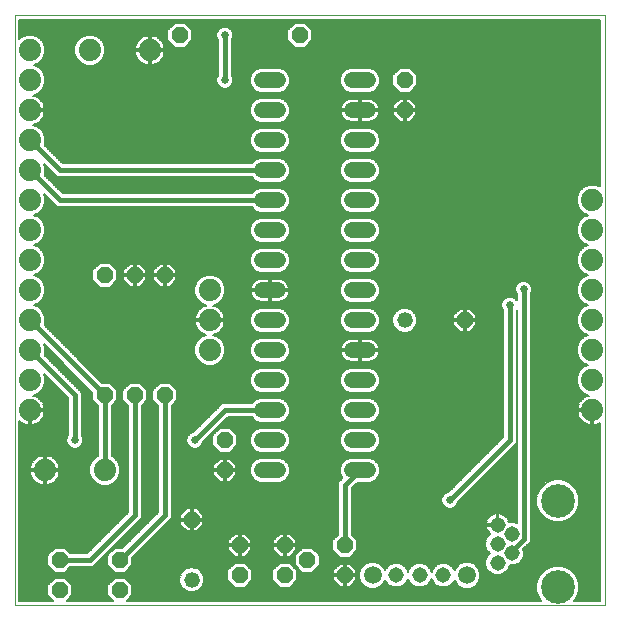
<source format=gbl>
G75*
%MOIN*%
%OFA0B0*%
%FSLAX25Y25*%
%IPPOS*%
%LPD*%
%AMOC8*
5,1,8,0,0,1.08239X$1,22.5*
%
%ADD10C,0.00000*%
%ADD11OC8,0.05200*%
%ADD12C,0.05200*%
%ADD13C,0.05150*%
%ADD14C,0.11220*%
%ADD15C,0.07400*%
%ADD16C,0.05200*%
%ADD17C,0.05937*%
%ADD18C,0.01600*%
%ADD19C,0.00600*%
%ADD20C,0.02578*%
D10*
X0001400Y0007548D02*
X0001400Y0204398D01*
X0198250Y0204398D01*
X0198250Y0007548D01*
X0001400Y0007548D01*
D11*
X0016400Y0012548D03*
X0016400Y0022548D03*
X0036400Y0022548D03*
X0036400Y0012548D03*
X0060400Y0036048D03*
X0076400Y0027548D03*
X0076400Y0017548D03*
X0091400Y0017548D03*
X0098900Y0022548D03*
X0091400Y0027548D03*
X0111400Y0027548D03*
X0111400Y0017548D03*
X0071400Y0052548D03*
X0071400Y0062548D03*
X0051400Y0077548D03*
X0041400Y0077548D03*
X0031400Y0077548D03*
X0031400Y0117548D03*
X0041400Y0117548D03*
X0051400Y0117548D03*
X0056400Y0197548D03*
X0096400Y0197548D03*
X0131400Y0182548D03*
X0131400Y0172548D03*
X0151400Y0102548D03*
D12*
X0131400Y0102548D03*
X0060400Y0016048D03*
D13*
X0128526Y0017548D03*
X0136400Y0017548D03*
X0144274Y0017548D03*
X0162321Y0021749D03*
X0167046Y0024898D03*
X0162321Y0028048D03*
X0167046Y0031198D03*
X0162321Y0034347D03*
D14*
X0182400Y0042418D03*
X0182400Y0013678D03*
D15*
X0193900Y0072548D03*
X0193900Y0082548D03*
X0193900Y0092548D03*
X0193900Y0102548D03*
X0193900Y0112548D03*
X0193900Y0122548D03*
X0193900Y0132548D03*
X0193900Y0142548D03*
X0066400Y0112548D03*
X0066400Y0102548D03*
X0066400Y0092548D03*
X0031400Y0052548D03*
X0011400Y0052548D03*
X0006400Y0072548D03*
X0006400Y0082548D03*
X0006400Y0092548D03*
X0006400Y0102548D03*
X0006400Y0112548D03*
X0006400Y0122548D03*
X0006400Y0132548D03*
X0006400Y0142548D03*
X0006400Y0152548D03*
X0006400Y0162548D03*
X0006400Y0172548D03*
X0006400Y0182548D03*
X0006400Y0192548D03*
X0026400Y0192548D03*
X0046400Y0192548D03*
D16*
X0083800Y0182548D02*
X0089000Y0182548D01*
X0089000Y0172548D02*
X0083800Y0172548D01*
X0083800Y0162548D02*
X0089000Y0162548D01*
X0089000Y0152548D02*
X0083800Y0152548D01*
X0083800Y0142548D02*
X0089000Y0142548D01*
X0089000Y0132548D02*
X0083800Y0132548D01*
X0083800Y0122548D02*
X0089000Y0122548D01*
X0089000Y0112548D02*
X0083800Y0112548D01*
X0083800Y0102548D02*
X0089000Y0102548D01*
X0089000Y0092548D02*
X0083800Y0092548D01*
X0083800Y0082548D02*
X0089000Y0082548D01*
X0089000Y0072548D02*
X0083800Y0072548D01*
X0083800Y0062548D02*
X0089000Y0062548D01*
X0089000Y0052548D02*
X0083800Y0052548D01*
X0113800Y0052548D02*
X0119000Y0052548D01*
X0119000Y0062548D02*
X0113800Y0062548D01*
X0113800Y0072548D02*
X0119000Y0072548D01*
X0119000Y0082548D02*
X0113800Y0082548D01*
X0113800Y0092548D02*
X0119000Y0092548D01*
X0119000Y0102548D02*
X0113800Y0102548D01*
X0113800Y0112548D02*
X0119000Y0112548D01*
X0119000Y0122548D02*
X0113800Y0122548D01*
X0113800Y0132548D02*
X0119000Y0132548D01*
X0119000Y0142548D02*
X0113800Y0142548D01*
X0113800Y0152548D02*
X0119000Y0152548D01*
X0119000Y0162548D02*
X0113800Y0162548D01*
X0113800Y0172548D02*
X0119000Y0172548D01*
X0119000Y0182548D02*
X0113800Y0182548D01*
D17*
X0120652Y0017548D03*
X0152148Y0017548D03*
D18*
X0167046Y0024898D02*
X0167046Y0025576D01*
X0171020Y0029551D01*
X0171020Y0112928D01*
X0166400Y0107548D02*
X0166400Y0062548D01*
X0146400Y0042548D01*
X0116400Y0052548D02*
X0111400Y0047548D01*
X0111400Y0027548D01*
X0086400Y0072548D02*
X0071400Y0072548D01*
X0061400Y0062548D01*
X0051400Y0077548D02*
X0051400Y0037548D01*
X0036400Y0022548D01*
X0026400Y0022548D02*
X0016400Y0022548D01*
X0026400Y0022548D02*
X0041400Y0037548D01*
X0041400Y0077548D01*
X0031400Y0077548D02*
X0031400Y0052548D01*
X0021400Y0062548D02*
X0021400Y0077548D01*
X0006400Y0092548D01*
X0006400Y0102548D02*
X0031400Y0077548D01*
X0016400Y0142548D02*
X0006400Y0152548D01*
X0016400Y0152548D02*
X0006400Y0162548D01*
X0016400Y0152548D02*
X0086400Y0152548D01*
X0086400Y0142548D02*
X0016400Y0142548D01*
X0071400Y0182548D02*
X0071400Y0197548D01*
D19*
X0068764Y0198473D02*
X0060500Y0198473D01*
X0060500Y0197875D02*
X0068611Y0197875D01*
X0068611Y0198103D02*
X0068611Y0196993D01*
X0069036Y0195968D01*
X0069100Y0195904D01*
X0069100Y0184192D01*
X0069036Y0184128D01*
X0068611Y0183103D01*
X0068611Y0181993D01*
X0069036Y0180968D01*
X0069820Y0180184D01*
X0070845Y0179759D01*
X0071955Y0179759D01*
X0072980Y0180184D01*
X0073764Y0180968D01*
X0074189Y0181993D01*
X0074189Y0183103D01*
X0073764Y0184128D01*
X0073700Y0184192D01*
X0073700Y0195904D01*
X0073764Y0195968D01*
X0074189Y0196993D01*
X0074189Y0198103D01*
X0073764Y0199128D01*
X0072980Y0199912D01*
X0071955Y0200337D01*
X0070845Y0200337D01*
X0069820Y0199912D01*
X0069036Y0199128D01*
X0068611Y0198103D01*
X0068611Y0197276D02*
X0060500Y0197276D01*
X0060500Y0196678D02*
X0068742Y0196678D01*
X0068990Y0196079D02*
X0060500Y0196079D01*
X0060500Y0195850D02*
X0058098Y0193448D01*
X0054702Y0193448D01*
X0052300Y0195850D01*
X0052300Y0199246D01*
X0054702Y0201648D01*
X0058098Y0201648D01*
X0060500Y0199246D01*
X0060500Y0195850D01*
X0060131Y0195481D02*
X0069100Y0195481D01*
X0069100Y0194882D02*
X0059532Y0194882D01*
X0058934Y0194284D02*
X0069100Y0194284D01*
X0069100Y0193685D02*
X0058335Y0193685D01*
X0054465Y0193685D02*
X0051282Y0193685D01*
X0051277Y0193719D02*
X0051034Y0194467D01*
X0050676Y0195169D01*
X0050214Y0195805D01*
X0049657Y0196362D01*
X0049021Y0196824D01*
X0048319Y0197182D01*
X0047571Y0197425D01*
X0046794Y0197548D01*
X0046700Y0197548D01*
X0046700Y0192848D01*
X0051400Y0192848D01*
X0051400Y0192942D01*
X0051277Y0193719D01*
X0051093Y0194284D02*
X0053866Y0194284D01*
X0053268Y0194882D02*
X0050822Y0194882D01*
X0050450Y0195481D02*
X0052669Y0195481D01*
X0052300Y0196079D02*
X0049940Y0196079D01*
X0049223Y0196678D02*
X0052300Y0196678D01*
X0052300Y0197276D02*
X0048029Y0197276D01*
X0046700Y0197276D02*
X0046100Y0197276D01*
X0046100Y0197548D02*
X0046006Y0197548D01*
X0045229Y0197425D01*
X0044481Y0197182D01*
X0043779Y0196824D01*
X0043143Y0196362D01*
X0042586Y0195805D01*
X0042124Y0195169D01*
X0041766Y0194467D01*
X0041523Y0193719D01*
X0041400Y0192942D01*
X0041400Y0192848D01*
X0046100Y0192848D01*
X0046100Y0192248D01*
X0046700Y0192248D01*
X0046700Y0187548D01*
X0046794Y0187548D01*
X0047571Y0187671D01*
X0048319Y0187914D01*
X0049021Y0188272D01*
X0049657Y0188734D01*
X0050214Y0189291D01*
X0050676Y0189927D01*
X0051034Y0190629D01*
X0051277Y0191377D01*
X0051400Y0192155D01*
X0051400Y0192248D01*
X0046700Y0192248D01*
X0046700Y0192848D01*
X0046100Y0192848D01*
X0046100Y0197548D01*
X0046100Y0196678D02*
X0046700Y0196678D01*
X0046700Y0196079D02*
X0046100Y0196079D01*
X0046100Y0195481D02*
X0046700Y0195481D01*
X0046700Y0194882D02*
X0046100Y0194882D01*
X0046100Y0194284D02*
X0046700Y0194284D01*
X0046700Y0193685D02*
X0046100Y0193685D01*
X0046100Y0193087D02*
X0046700Y0193087D01*
X0046700Y0192488D02*
X0069100Y0192488D01*
X0069100Y0191890D02*
X0051358Y0191890D01*
X0051249Y0191291D02*
X0069100Y0191291D01*
X0069100Y0190692D02*
X0051054Y0190692D01*
X0050761Y0190094D02*
X0069100Y0190094D01*
X0069100Y0189495D02*
X0050363Y0189495D01*
X0049820Y0188897D02*
X0069100Y0188897D01*
X0069100Y0188298D02*
X0049057Y0188298D01*
X0047659Y0187700D02*
X0069100Y0187700D01*
X0069100Y0187101D02*
X0008995Y0187101D01*
X0009346Y0186956D02*
X0007917Y0187548D01*
X0009346Y0188140D01*
X0010808Y0189602D01*
X0011600Y0191514D01*
X0011600Y0193582D01*
X0010808Y0195494D01*
X0009346Y0196956D01*
X0007434Y0197748D01*
X0005366Y0197748D01*
X0003454Y0196956D01*
X0002900Y0196402D01*
X0002900Y0202548D01*
X0196400Y0202548D01*
X0196400Y0147141D01*
X0194934Y0147748D01*
X0192866Y0147748D01*
X0190954Y0146956D01*
X0189492Y0145494D01*
X0188700Y0143582D01*
X0188700Y0141514D01*
X0189492Y0139602D01*
X0190954Y0138140D01*
X0192383Y0137548D01*
X0190954Y0136956D01*
X0189492Y0135494D01*
X0188700Y0133582D01*
X0188700Y0131514D01*
X0189492Y0129602D01*
X0190954Y0128140D01*
X0192383Y0127548D01*
X0190954Y0126956D01*
X0189492Y0125494D01*
X0188700Y0123582D01*
X0188700Y0121514D01*
X0189492Y0119602D01*
X0190954Y0118140D01*
X0192383Y0117548D01*
X0190954Y0116956D01*
X0189492Y0115494D01*
X0188700Y0113582D01*
X0188700Y0111514D01*
X0189492Y0109602D01*
X0190954Y0108140D01*
X0192383Y0107548D01*
X0190954Y0106956D01*
X0189492Y0105494D01*
X0188700Y0103582D01*
X0188700Y0101514D01*
X0173320Y0101514D01*
X0173320Y0100916D02*
X0188948Y0100916D01*
X0188700Y0101514D02*
X0189492Y0099602D01*
X0190954Y0098140D01*
X0192383Y0097548D01*
X0190954Y0096956D01*
X0189492Y0095494D01*
X0188700Y0093582D01*
X0188700Y0091514D01*
X0189492Y0089602D01*
X0190954Y0088140D01*
X0192383Y0087548D01*
X0190954Y0086956D01*
X0189492Y0085494D01*
X0188700Y0083582D01*
X0188700Y0081514D01*
X0189492Y0079602D01*
X0190954Y0078140D01*
X0192702Y0077416D01*
X0191981Y0077182D01*
X0191279Y0076824D01*
X0190643Y0076362D01*
X0190086Y0075805D01*
X0189624Y0075169D01*
X0189266Y0074467D01*
X0189023Y0073719D01*
X0188900Y0072942D01*
X0188900Y0072848D01*
X0193600Y0072848D01*
X0193600Y0072248D01*
X0194200Y0072248D01*
X0194200Y0067548D01*
X0194294Y0067548D01*
X0195071Y0067671D01*
X0195819Y0067914D01*
X0196400Y0068210D01*
X0196400Y0009048D01*
X0187825Y0009048D01*
X0188428Y0009650D01*
X0189510Y0012264D01*
X0189510Y0015092D01*
X0188428Y0017706D01*
X0186428Y0019706D01*
X0183814Y0020788D01*
X0180986Y0020788D01*
X0178372Y0019706D01*
X0176372Y0017706D01*
X0175290Y0015092D01*
X0175290Y0012264D01*
X0176372Y0009650D01*
X0176975Y0009048D01*
X0038698Y0009048D01*
X0040500Y0010850D01*
X0040500Y0014246D01*
X0038098Y0016648D01*
X0034702Y0016648D01*
X0032300Y0014246D01*
X0032300Y0010850D01*
X0034102Y0009048D01*
X0018698Y0009048D01*
X0020500Y0010850D01*
X0020500Y0014246D01*
X0018098Y0016648D01*
X0014702Y0016648D01*
X0012300Y0014246D01*
X0012300Y0010850D01*
X0014102Y0009048D01*
X0002900Y0009048D01*
X0002900Y0068977D01*
X0003143Y0068734D01*
X0003779Y0068272D01*
X0004481Y0067914D01*
X0005229Y0067671D01*
X0006006Y0067548D01*
X0006100Y0067548D01*
X0006100Y0072248D01*
X0006700Y0072248D01*
X0006700Y0067548D01*
X0006794Y0067548D01*
X0007571Y0067671D01*
X0008319Y0067914D01*
X0009021Y0068272D01*
X0009657Y0068734D01*
X0010214Y0069291D01*
X0010676Y0069927D01*
X0011034Y0070629D01*
X0011277Y0071377D01*
X0011400Y0072155D01*
X0011400Y0072248D01*
X0006700Y0072248D01*
X0006700Y0072848D01*
X0011400Y0072848D01*
X0011400Y0072942D01*
X0011277Y0073719D01*
X0011034Y0074467D01*
X0010676Y0075169D01*
X0010214Y0075805D01*
X0009657Y0076362D01*
X0009021Y0076824D01*
X0008319Y0077182D01*
X0007598Y0077416D01*
X0009346Y0078140D01*
X0010808Y0079602D01*
X0011600Y0081514D01*
X0011600Y0083582D01*
X0011237Y0084458D01*
X0019100Y0076595D01*
X0019100Y0064192D01*
X0019036Y0064128D01*
X0018611Y0063103D01*
X0018611Y0061993D01*
X0019036Y0060968D01*
X0019820Y0060184D01*
X0020845Y0059759D01*
X0021955Y0059759D01*
X0022980Y0060184D01*
X0023764Y0060968D01*
X0024189Y0061993D01*
X0024189Y0063103D01*
X0023764Y0064128D01*
X0023700Y0064192D01*
X0023700Y0078501D01*
X0022353Y0079848D01*
X0011333Y0090868D01*
X0011600Y0091514D01*
X0011600Y0093582D01*
X0011237Y0094458D01*
X0027300Y0078395D01*
X0027300Y0075850D01*
X0029100Y0074050D01*
X0029100Y0057224D01*
X0028454Y0056956D01*
X0026992Y0055494D01*
X0026200Y0053582D01*
X0026200Y0051514D01*
X0026992Y0049602D01*
X0028454Y0048140D01*
X0030366Y0047348D01*
X0032434Y0047348D01*
X0034346Y0048140D01*
X0035808Y0049602D01*
X0036600Y0051514D01*
X0036600Y0053582D01*
X0035808Y0055494D01*
X0034346Y0056956D01*
X0033700Y0057224D01*
X0033700Y0074050D01*
X0035500Y0075850D01*
X0035500Y0079246D01*
X0033098Y0081648D01*
X0030553Y0081648D01*
X0011333Y0100868D01*
X0011600Y0101514D01*
X0061501Y0101514D01*
X0061523Y0101377D02*
X0061766Y0100629D01*
X0062124Y0099927D01*
X0062586Y0099291D01*
X0063143Y0098734D01*
X0063779Y0098272D01*
X0064481Y0097914D01*
X0065202Y0097680D01*
X0063454Y0096956D01*
X0061992Y0095494D01*
X0061200Y0093582D01*
X0061200Y0091514D01*
X0061992Y0089602D01*
X0063454Y0088140D01*
X0065366Y0087348D01*
X0067434Y0087348D01*
X0069346Y0088140D01*
X0070808Y0089602D01*
X0071600Y0091514D01*
X0071600Y0093582D01*
X0070808Y0095494D01*
X0069346Y0096956D01*
X0067598Y0097680D01*
X0068319Y0097914D01*
X0069021Y0098272D01*
X0069657Y0098734D01*
X0070214Y0099291D01*
X0070676Y0099927D01*
X0071034Y0100629D01*
X0071277Y0101377D01*
X0071400Y0102155D01*
X0071400Y0102248D01*
X0066700Y0102248D01*
X0066700Y0102848D01*
X0071400Y0102848D01*
X0071400Y0102942D01*
X0071277Y0103719D01*
X0071034Y0104467D01*
X0070676Y0105169D01*
X0070214Y0105805D01*
X0069657Y0106362D01*
X0069021Y0106824D01*
X0068319Y0107182D01*
X0067598Y0107416D01*
X0069346Y0108140D01*
X0070808Y0109602D01*
X0071600Y0111514D01*
X0071600Y0113582D01*
X0070808Y0115494D01*
X0069346Y0116956D01*
X0067434Y0117748D01*
X0065366Y0117748D01*
X0063454Y0116956D01*
X0061992Y0115494D01*
X0061200Y0113582D01*
X0061200Y0111514D01*
X0061992Y0109602D01*
X0063454Y0108140D01*
X0065202Y0107416D01*
X0064481Y0107182D01*
X0063779Y0106824D01*
X0063143Y0106362D01*
X0062586Y0105805D01*
X0062124Y0105169D01*
X0061766Y0104467D01*
X0061523Y0103719D01*
X0061400Y0102942D01*
X0061400Y0102848D01*
X0066100Y0102848D01*
X0066100Y0102248D01*
X0061400Y0102248D01*
X0061400Y0102155D01*
X0061523Y0101377D01*
X0061673Y0100916D02*
X0011352Y0100916D01*
X0011600Y0101514D02*
X0011600Y0103582D01*
X0010808Y0105494D01*
X0009346Y0106956D01*
X0007917Y0107548D01*
X0009346Y0108140D01*
X0010808Y0109602D01*
X0011600Y0111514D01*
X0011600Y0113582D01*
X0010808Y0115494D01*
X0009346Y0116956D01*
X0007917Y0117548D01*
X0009346Y0118140D01*
X0010808Y0119602D01*
X0011600Y0121514D01*
X0011600Y0123582D01*
X0010808Y0125494D01*
X0009346Y0126956D01*
X0007917Y0127548D01*
X0009346Y0128140D01*
X0010808Y0129602D01*
X0011600Y0131514D01*
X0011600Y0133582D01*
X0010808Y0135494D01*
X0009346Y0136956D01*
X0007917Y0137548D01*
X0009346Y0138140D01*
X0010808Y0139602D01*
X0011600Y0141514D01*
X0011600Y0143582D01*
X0011237Y0144458D01*
X0015447Y0140248D01*
X0080315Y0140248D01*
X0080324Y0140226D01*
X0081478Y0139072D01*
X0082984Y0138448D01*
X0089816Y0138448D01*
X0091322Y0139072D01*
X0092476Y0140226D01*
X0093100Y0141732D01*
X0093100Y0143364D01*
X0092476Y0144870D01*
X0091322Y0146024D01*
X0089816Y0146648D01*
X0082984Y0146648D01*
X0081478Y0146024D01*
X0080324Y0144870D01*
X0080315Y0144848D01*
X0017353Y0144848D01*
X0011333Y0150868D01*
X0011600Y0151514D01*
X0011600Y0153582D01*
X0011237Y0154458D01*
X0014100Y0151595D01*
X0015447Y0150248D01*
X0080315Y0150248D01*
X0080324Y0150226D01*
X0081478Y0149072D01*
X0082984Y0148448D01*
X0089816Y0148448D01*
X0091322Y0149072D01*
X0092476Y0150226D01*
X0093100Y0151732D01*
X0093100Y0153364D01*
X0092476Y0154870D01*
X0091322Y0156024D01*
X0089816Y0156648D01*
X0082984Y0156648D01*
X0081478Y0156024D01*
X0080324Y0154870D01*
X0080315Y0154848D01*
X0017353Y0154848D01*
X0011333Y0160868D01*
X0011600Y0161514D01*
X0011600Y0163582D01*
X0010808Y0165494D01*
X0009346Y0166956D01*
X0007598Y0167680D01*
X0008319Y0167914D01*
X0009021Y0168272D01*
X0009657Y0168734D01*
X0010214Y0169291D01*
X0010676Y0169927D01*
X0011034Y0170629D01*
X0011277Y0171377D01*
X0011400Y0172155D01*
X0011400Y0172248D01*
X0006700Y0172248D01*
X0006700Y0172848D01*
X0011400Y0172848D01*
X0011400Y0172942D01*
X0011277Y0173719D01*
X0011034Y0174467D01*
X0010676Y0175169D01*
X0010214Y0175805D01*
X0009657Y0176362D01*
X0009021Y0176824D01*
X0008319Y0177182D01*
X0007598Y0177416D01*
X0009346Y0178140D01*
X0010808Y0179602D01*
X0011600Y0181514D01*
X0011600Y0183582D01*
X0010808Y0185494D01*
X0009346Y0186956D01*
X0009799Y0186503D02*
X0069100Y0186503D01*
X0069100Y0185904D02*
X0010398Y0185904D01*
X0010886Y0185306D02*
X0069100Y0185306D01*
X0069100Y0184707D02*
X0011134Y0184707D01*
X0011382Y0184109D02*
X0069028Y0184109D01*
X0068780Y0183510D02*
X0011600Y0183510D01*
X0011600Y0182912D02*
X0068611Y0182912D01*
X0068611Y0182313D02*
X0011600Y0182313D01*
X0011600Y0181715D02*
X0068726Y0181715D01*
X0068974Y0181116D02*
X0011435Y0181116D01*
X0011187Y0180518D02*
X0069486Y0180518D01*
X0070458Y0179919D02*
X0010940Y0179919D01*
X0010527Y0179321D02*
X0081229Y0179321D01*
X0081478Y0179072D02*
X0082984Y0178448D01*
X0089816Y0178448D01*
X0091322Y0179072D01*
X0092476Y0180226D01*
X0093100Y0181732D01*
X0093100Y0183364D01*
X0092476Y0184870D01*
X0091322Y0186024D01*
X0089816Y0186648D01*
X0082984Y0186648D01*
X0081478Y0186024D01*
X0080324Y0184870D01*
X0079700Y0183364D01*
X0079700Y0181732D01*
X0080324Y0180226D01*
X0081478Y0179072D01*
X0082322Y0178722D02*
X0009928Y0178722D01*
X0009307Y0178124D02*
X0196400Y0178124D01*
X0196400Y0178722D02*
X0133373Y0178722D01*
X0133098Y0178448D02*
X0135500Y0180850D01*
X0135500Y0184246D01*
X0133098Y0186648D01*
X0129702Y0186648D01*
X0127300Y0184246D01*
X0127300Y0180850D01*
X0129702Y0178448D01*
X0133098Y0178448D01*
X0133971Y0179321D02*
X0196400Y0179321D01*
X0196400Y0179919D02*
X0134570Y0179919D01*
X0135168Y0180518D02*
X0196400Y0180518D01*
X0196400Y0181116D02*
X0135500Y0181116D01*
X0135500Y0181715D02*
X0196400Y0181715D01*
X0196400Y0182313D02*
X0135500Y0182313D01*
X0135500Y0182912D02*
X0196400Y0182912D01*
X0196400Y0183510D02*
X0135500Y0183510D01*
X0135500Y0184109D02*
X0196400Y0184109D01*
X0196400Y0184707D02*
X0135039Y0184707D01*
X0134440Y0185306D02*
X0196400Y0185306D01*
X0196400Y0185904D02*
X0133842Y0185904D01*
X0133243Y0186503D02*
X0196400Y0186503D01*
X0196400Y0187101D02*
X0073700Y0187101D01*
X0073700Y0186503D02*
X0082634Y0186503D01*
X0081358Y0185904D02*
X0073700Y0185904D01*
X0073700Y0185306D02*
X0080760Y0185306D01*
X0080257Y0184707D02*
X0073700Y0184707D01*
X0073772Y0184109D02*
X0080009Y0184109D01*
X0079761Y0183510D02*
X0074020Y0183510D01*
X0074189Y0182912D02*
X0079700Y0182912D01*
X0079700Y0182313D02*
X0074189Y0182313D01*
X0074074Y0181715D02*
X0079707Y0181715D01*
X0079955Y0181116D02*
X0073826Y0181116D01*
X0073314Y0180518D02*
X0080203Y0180518D01*
X0080630Y0179919D02*
X0072342Y0179919D01*
X0080324Y0174870D02*
X0079700Y0173364D01*
X0079700Y0171732D01*
X0080324Y0170226D01*
X0081478Y0169072D01*
X0082984Y0168448D01*
X0089816Y0168448D01*
X0091322Y0169072D01*
X0092476Y0170226D01*
X0093100Y0171732D01*
X0093100Y0173364D01*
X0092476Y0174870D01*
X0091322Y0176024D01*
X0089816Y0176648D01*
X0082984Y0176648D01*
X0081478Y0176024D01*
X0080324Y0174870D01*
X0080184Y0174533D02*
X0011000Y0174533D01*
X0011207Y0173934D02*
X0079936Y0173934D01*
X0079700Y0173336D02*
X0011338Y0173336D01*
X0011397Y0172139D02*
X0079700Y0172139D01*
X0079700Y0172737D02*
X0006700Y0172737D01*
X0009691Y0176328D02*
X0082212Y0176328D01*
X0081183Y0175730D02*
X0010269Y0175730D01*
X0010695Y0175131D02*
X0080585Y0175131D01*
X0079780Y0171540D02*
X0011303Y0171540D01*
X0011135Y0170942D02*
X0080028Y0170942D01*
X0080275Y0170343D02*
X0010888Y0170343D01*
X0010544Y0169745D02*
X0080805Y0169745D01*
X0081404Y0169146D02*
X0010069Y0169146D01*
X0009400Y0168548D02*
X0082744Y0168548D01*
X0082984Y0166648D02*
X0081478Y0166024D01*
X0080324Y0164870D01*
X0079700Y0163364D01*
X0079700Y0161732D01*
X0080324Y0160226D01*
X0081478Y0159072D01*
X0082984Y0158448D01*
X0089816Y0158448D01*
X0091322Y0159072D01*
X0092476Y0160226D01*
X0093100Y0161732D01*
X0093100Y0163364D01*
X0092476Y0164870D01*
X0091322Y0166024D01*
X0089816Y0166648D01*
X0082984Y0166648D01*
X0081791Y0166154D02*
X0010148Y0166154D01*
X0009550Y0166752D02*
X0196400Y0166752D01*
X0196400Y0166154D02*
X0121009Y0166154D01*
X0121322Y0166024D02*
X0119816Y0166648D01*
X0112984Y0166648D01*
X0111478Y0166024D01*
X0110324Y0164870D01*
X0109700Y0163364D01*
X0109700Y0161732D01*
X0110324Y0160226D01*
X0111478Y0159072D01*
X0112984Y0158448D01*
X0119816Y0158448D01*
X0121322Y0159072D01*
X0122476Y0160226D01*
X0123100Y0161732D01*
X0123100Y0163364D01*
X0122476Y0164870D01*
X0121322Y0166024D01*
X0121791Y0165555D02*
X0196400Y0165555D01*
X0196400Y0164957D02*
X0122390Y0164957D01*
X0122688Y0164358D02*
X0196400Y0164358D01*
X0196400Y0163759D02*
X0122936Y0163759D01*
X0123100Y0163161D02*
X0196400Y0163161D01*
X0196400Y0162562D02*
X0123100Y0162562D01*
X0123100Y0161964D02*
X0196400Y0161964D01*
X0196400Y0161365D02*
X0122948Y0161365D01*
X0122700Y0160767D02*
X0196400Y0160767D01*
X0196400Y0160168D02*
X0122419Y0160168D01*
X0121820Y0159570D02*
X0196400Y0159570D01*
X0196400Y0158971D02*
X0121079Y0158971D01*
X0119986Y0156577D02*
X0196400Y0156577D01*
X0196400Y0155979D02*
X0121367Y0155979D01*
X0121322Y0156024D02*
X0119816Y0156648D01*
X0112984Y0156648D01*
X0111478Y0156024D01*
X0110324Y0154870D01*
X0109700Y0153364D01*
X0109700Y0151732D01*
X0110324Y0150226D01*
X0111478Y0149072D01*
X0112984Y0148448D01*
X0119816Y0148448D01*
X0121322Y0149072D01*
X0122476Y0150226D01*
X0123100Y0151732D01*
X0123100Y0153364D01*
X0122476Y0154870D01*
X0121322Y0156024D01*
X0121966Y0155380D02*
X0196400Y0155380D01*
X0196400Y0154782D02*
X0122513Y0154782D01*
X0122760Y0154183D02*
X0196400Y0154183D01*
X0196400Y0153585D02*
X0123008Y0153585D01*
X0123100Y0152986D02*
X0196400Y0152986D01*
X0196400Y0152388D02*
X0123100Y0152388D01*
X0123100Y0151789D02*
X0196400Y0151789D01*
X0196400Y0151191D02*
X0122876Y0151191D01*
X0122628Y0150592D02*
X0196400Y0150592D01*
X0196400Y0149994D02*
X0122244Y0149994D01*
X0121645Y0149395D02*
X0196400Y0149395D01*
X0196400Y0148797D02*
X0120657Y0148797D01*
X0119816Y0146648D02*
X0121322Y0146024D01*
X0122476Y0144870D01*
X0123100Y0143364D01*
X0123100Y0141732D01*
X0122476Y0140226D01*
X0121322Y0139072D01*
X0119816Y0138448D01*
X0112984Y0138448D01*
X0111478Y0139072D01*
X0110324Y0140226D01*
X0109700Y0141732D01*
X0109700Y0143364D01*
X0110324Y0144870D01*
X0111478Y0146024D01*
X0112984Y0146648D01*
X0119816Y0146648D01*
X0120408Y0146403D02*
X0190401Y0146403D01*
X0189802Y0145804D02*
X0121542Y0145804D01*
X0122141Y0145206D02*
X0189372Y0145206D01*
X0189124Y0144607D02*
X0122585Y0144607D01*
X0122833Y0144009D02*
X0188877Y0144009D01*
X0188700Y0143410D02*
X0123081Y0143410D01*
X0123100Y0142812D02*
X0188700Y0142812D01*
X0188700Y0142213D02*
X0123100Y0142213D01*
X0123051Y0141615D02*
X0188700Y0141615D01*
X0188906Y0141016D02*
X0122803Y0141016D01*
X0122555Y0140418D02*
X0189154Y0140418D01*
X0189402Y0139819D02*
X0122069Y0139819D01*
X0121471Y0139221D02*
X0189874Y0139221D01*
X0190472Y0138622D02*
X0120236Y0138622D01*
X0119816Y0136648D02*
X0121322Y0136024D01*
X0122476Y0134870D01*
X0123100Y0133364D01*
X0123100Y0131732D01*
X0122476Y0130226D01*
X0121322Y0129072D01*
X0119816Y0128448D01*
X0112984Y0128448D01*
X0111478Y0129072D01*
X0110324Y0130226D01*
X0109700Y0131732D01*
X0109700Y0133364D01*
X0110324Y0134870D01*
X0111478Y0136024D01*
X0112984Y0136648D01*
X0119816Y0136648D01*
X0120830Y0136228D02*
X0190226Y0136228D01*
X0190825Y0136826D02*
X0009475Y0136826D01*
X0010074Y0136228D02*
X0081970Y0136228D01*
X0081478Y0136024D02*
X0080324Y0134870D01*
X0079700Y0133364D01*
X0079700Y0131732D01*
X0080324Y0130226D01*
X0081478Y0129072D01*
X0082984Y0128448D01*
X0089816Y0128448D01*
X0091322Y0129072D01*
X0092476Y0130226D01*
X0093100Y0131732D01*
X0093100Y0133364D01*
X0092476Y0134870D01*
X0091322Y0136024D01*
X0089816Y0136648D01*
X0082984Y0136648D01*
X0081478Y0136024D01*
X0081083Y0135629D02*
X0010672Y0135629D01*
X0011000Y0135031D02*
X0080485Y0135031D01*
X0080143Y0134432D02*
X0011248Y0134432D01*
X0011496Y0133834D02*
X0079895Y0133834D01*
X0079700Y0133235D02*
X0011600Y0133235D01*
X0011600Y0132637D02*
X0079700Y0132637D01*
X0079700Y0132038D02*
X0011600Y0132038D01*
X0011569Y0131440D02*
X0079821Y0131440D01*
X0080069Y0130841D02*
X0011322Y0130841D01*
X0011074Y0130243D02*
X0080317Y0130243D01*
X0080905Y0129644D02*
X0010826Y0129644D01*
X0010252Y0129046D02*
X0081541Y0129046D01*
X0082984Y0126648D02*
X0081478Y0126024D01*
X0080324Y0124870D01*
X0079700Y0123364D01*
X0079700Y0121732D01*
X0080324Y0120226D01*
X0081478Y0119072D01*
X0082984Y0118448D01*
X0089816Y0118448D01*
X0091322Y0119072D01*
X0092476Y0120226D01*
X0093100Y0121732D01*
X0093100Y0123364D01*
X0092476Y0124870D01*
X0091322Y0126024D01*
X0089816Y0126648D01*
X0082984Y0126648D01*
X0081549Y0126053D02*
X0010249Y0126053D01*
X0010824Y0125455D02*
X0080908Y0125455D01*
X0080318Y0124856D02*
X0011072Y0124856D01*
X0011320Y0124258D02*
X0080070Y0124258D01*
X0079822Y0123659D02*
X0011568Y0123659D01*
X0011600Y0123061D02*
X0079700Y0123061D01*
X0079700Y0122462D02*
X0011600Y0122462D01*
X0011600Y0121864D02*
X0079700Y0121864D01*
X0079894Y0121265D02*
X0053198Y0121265D01*
X0053015Y0121448D02*
X0051700Y0121448D01*
X0051700Y0117848D01*
X0055300Y0117848D01*
X0055300Y0119163D01*
X0053015Y0121448D01*
X0053797Y0120667D02*
X0080141Y0120667D01*
X0080482Y0120068D02*
X0054395Y0120068D01*
X0054994Y0119470D02*
X0081080Y0119470D01*
X0081963Y0118871D02*
X0055300Y0118871D01*
X0055300Y0118273D02*
X0190821Y0118273D01*
X0190223Y0118871D02*
X0120837Y0118871D01*
X0121322Y0119072D02*
X0122476Y0120226D01*
X0123100Y0121732D01*
X0123100Y0123364D01*
X0122476Y0124870D01*
X0121322Y0126024D01*
X0119816Y0126648D01*
X0112984Y0126648D01*
X0111478Y0126024D01*
X0110324Y0124870D01*
X0109700Y0123364D01*
X0109700Y0121732D01*
X0110324Y0120226D01*
X0111478Y0119072D01*
X0112984Y0118448D01*
X0119816Y0118448D01*
X0121322Y0119072D01*
X0121720Y0119470D02*
X0189624Y0119470D01*
X0189299Y0120068D02*
X0122318Y0120068D01*
X0122659Y0120667D02*
X0189051Y0120667D01*
X0188803Y0121265D02*
X0122906Y0121265D01*
X0123100Y0121864D02*
X0188700Y0121864D01*
X0188700Y0122462D02*
X0123100Y0122462D01*
X0123100Y0123061D02*
X0188700Y0123061D01*
X0188732Y0123659D02*
X0122978Y0123659D01*
X0122730Y0124258D02*
X0188980Y0124258D01*
X0189228Y0124856D02*
X0122482Y0124856D01*
X0121892Y0125455D02*
X0189476Y0125455D01*
X0190051Y0126053D02*
X0121251Y0126053D01*
X0121259Y0129046D02*
X0190048Y0129046D01*
X0189474Y0129644D02*
X0121895Y0129644D01*
X0122483Y0130243D02*
X0189226Y0130243D01*
X0188978Y0130841D02*
X0122731Y0130841D01*
X0122979Y0131440D02*
X0188731Y0131440D01*
X0188700Y0132038D02*
X0123100Y0132038D01*
X0123100Y0132637D02*
X0188700Y0132637D01*
X0188700Y0133235D02*
X0123100Y0133235D01*
X0122905Y0133834D02*
X0188804Y0133834D01*
X0189052Y0134432D02*
X0122657Y0134432D01*
X0122315Y0135031D02*
X0189300Y0135031D01*
X0189628Y0135629D02*
X0121717Y0135629D01*
X0112564Y0138622D02*
X0090236Y0138622D01*
X0091471Y0139221D02*
X0111329Y0139221D01*
X0110731Y0139819D02*
X0092069Y0139819D01*
X0092555Y0140418D02*
X0110245Y0140418D01*
X0109997Y0141016D02*
X0092803Y0141016D01*
X0093051Y0141615D02*
X0109749Y0141615D01*
X0109700Y0142213D02*
X0093100Y0142213D01*
X0093100Y0142812D02*
X0109700Y0142812D01*
X0109719Y0143410D02*
X0093081Y0143410D01*
X0092833Y0144009D02*
X0109967Y0144009D01*
X0110215Y0144607D02*
X0092585Y0144607D01*
X0092141Y0145206D02*
X0110659Y0145206D01*
X0111258Y0145804D02*
X0091542Y0145804D01*
X0090408Y0146403D02*
X0112392Y0146403D01*
X0112143Y0148797D02*
X0090657Y0148797D01*
X0091645Y0149395D02*
X0111155Y0149395D01*
X0110556Y0149994D02*
X0092244Y0149994D01*
X0092628Y0150592D02*
X0110172Y0150592D01*
X0109924Y0151191D02*
X0092876Y0151191D01*
X0093100Y0151789D02*
X0109700Y0151789D01*
X0109700Y0152388D02*
X0093100Y0152388D01*
X0093100Y0152986D02*
X0109700Y0152986D01*
X0109792Y0153585D02*
X0093008Y0153585D01*
X0092760Y0154183D02*
X0110040Y0154183D01*
X0110287Y0154782D02*
X0092513Y0154782D01*
X0091966Y0155380D02*
X0110834Y0155380D01*
X0111433Y0155979D02*
X0091367Y0155979D01*
X0089986Y0156577D02*
X0112814Y0156577D01*
X0111721Y0158971D02*
X0091079Y0158971D01*
X0091820Y0159570D02*
X0110980Y0159570D01*
X0110381Y0160168D02*
X0092419Y0160168D01*
X0092700Y0160767D02*
X0110100Y0160767D01*
X0109852Y0161365D02*
X0092948Y0161365D01*
X0093100Y0161964D02*
X0109700Y0161964D01*
X0109700Y0162562D02*
X0093100Y0162562D01*
X0093100Y0163161D02*
X0109700Y0163161D01*
X0109864Y0163759D02*
X0092936Y0163759D01*
X0092688Y0164358D02*
X0110112Y0164358D01*
X0110410Y0164957D02*
X0092390Y0164957D01*
X0091791Y0165555D02*
X0111009Y0165555D01*
X0111791Y0166154D02*
X0091009Y0166154D01*
X0090056Y0168548D02*
X0196400Y0168548D01*
X0196400Y0169146D02*
X0133513Y0169146D01*
X0133015Y0168648D02*
X0135300Y0170933D01*
X0135300Y0172248D01*
X0131700Y0172248D01*
X0131700Y0168648D01*
X0133015Y0168648D01*
X0131700Y0169146D02*
X0131100Y0169146D01*
X0131100Y0168648D02*
X0131100Y0172248D01*
X0131700Y0172248D01*
X0131700Y0172848D01*
X0135300Y0172848D01*
X0135300Y0174163D01*
X0133015Y0176448D01*
X0131700Y0176448D01*
X0131700Y0172848D01*
X0131100Y0172848D01*
X0131100Y0172248D01*
X0127500Y0172248D01*
X0127500Y0170933D01*
X0129785Y0168648D01*
X0131100Y0168648D01*
X0131100Y0169745D02*
X0131700Y0169745D01*
X0131700Y0170343D02*
X0131100Y0170343D01*
X0131100Y0170942D02*
X0131700Y0170942D01*
X0131700Y0171540D02*
X0131100Y0171540D01*
X0131100Y0172139D02*
X0131700Y0172139D01*
X0131700Y0172737D02*
X0196400Y0172737D01*
X0196400Y0172139D02*
X0135300Y0172139D01*
X0135300Y0171540D02*
X0196400Y0171540D01*
X0196400Y0170942D02*
X0135300Y0170942D01*
X0134710Y0170343D02*
X0196400Y0170343D01*
X0196400Y0169745D02*
X0134112Y0169745D01*
X0135300Y0173336D02*
X0196400Y0173336D01*
X0196400Y0173934D02*
X0135300Y0173934D01*
X0134931Y0174533D02*
X0196400Y0174533D01*
X0196400Y0175131D02*
X0134332Y0175131D01*
X0133734Y0175730D02*
X0196400Y0175730D01*
X0196400Y0176328D02*
X0133135Y0176328D01*
X0131700Y0176328D02*
X0131100Y0176328D01*
X0131100Y0176448D02*
X0129785Y0176448D01*
X0127500Y0174163D01*
X0127500Y0172848D01*
X0131100Y0172848D01*
X0131100Y0176448D01*
X0131100Y0175730D02*
X0131700Y0175730D01*
X0131700Y0175131D02*
X0131100Y0175131D01*
X0131100Y0174533D02*
X0131700Y0174533D01*
X0131700Y0173934D02*
X0131100Y0173934D01*
X0131100Y0173336D02*
X0131700Y0173336D01*
X0131100Y0172737D02*
X0116700Y0172737D01*
X0116700Y0172848D02*
X0122900Y0172848D01*
X0122900Y0172932D01*
X0122750Y0173686D01*
X0122456Y0174395D01*
X0122029Y0175034D01*
X0121486Y0175577D01*
X0120847Y0176004D01*
X0120138Y0176298D01*
X0119384Y0176448D01*
X0116700Y0176448D01*
X0116700Y0172848D01*
X0116700Y0172248D01*
X0116700Y0168648D01*
X0119384Y0168648D01*
X0120138Y0168798D01*
X0120847Y0169092D01*
X0121486Y0169519D01*
X0122029Y0170062D01*
X0122456Y0170701D01*
X0122750Y0171410D01*
X0122900Y0172164D01*
X0122900Y0172248D01*
X0116700Y0172248D01*
X0116100Y0172248D01*
X0116100Y0168648D01*
X0113416Y0168648D01*
X0112662Y0168798D01*
X0111953Y0169092D01*
X0111314Y0169519D01*
X0110771Y0170062D01*
X0110344Y0170701D01*
X0110050Y0171410D01*
X0109900Y0172164D01*
X0109900Y0172248D01*
X0116100Y0172248D01*
X0116100Y0172848D01*
X0109900Y0172848D01*
X0109900Y0172932D01*
X0110050Y0173686D01*
X0110344Y0174395D01*
X0110771Y0175034D01*
X0111314Y0175577D01*
X0111953Y0176004D01*
X0112662Y0176298D01*
X0113416Y0176448D01*
X0116100Y0176448D01*
X0116100Y0172848D01*
X0116700Y0172848D01*
X0116700Y0173336D02*
X0116100Y0173336D01*
X0116100Y0173934D02*
X0116700Y0173934D01*
X0116700Y0174533D02*
X0116100Y0174533D01*
X0116100Y0175131D02*
X0116700Y0175131D01*
X0116700Y0175730D02*
X0116100Y0175730D01*
X0116100Y0176328D02*
X0116700Y0176328D01*
X0119986Y0176328D02*
X0129665Y0176328D01*
X0129066Y0175730D02*
X0121258Y0175730D01*
X0121932Y0175131D02*
X0128468Y0175131D01*
X0127869Y0174533D02*
X0122364Y0174533D01*
X0122647Y0173934D02*
X0127500Y0173934D01*
X0127500Y0173336D02*
X0122820Y0173336D01*
X0122895Y0172139D02*
X0127500Y0172139D01*
X0127500Y0171540D02*
X0122776Y0171540D01*
X0122556Y0170942D02*
X0127500Y0170942D01*
X0128089Y0170343D02*
X0122217Y0170343D01*
X0121712Y0169745D02*
X0128688Y0169745D01*
X0129287Y0169146D02*
X0120928Y0169146D01*
X0116700Y0169146D02*
X0116100Y0169146D01*
X0116100Y0169745D02*
X0116700Y0169745D01*
X0116700Y0170343D02*
X0116100Y0170343D01*
X0116100Y0170942D02*
X0116700Y0170942D01*
X0116700Y0171540D02*
X0116100Y0171540D01*
X0116100Y0172139D02*
X0116700Y0172139D01*
X0116100Y0172737D02*
X0093100Y0172737D01*
X0093100Y0172139D02*
X0109905Y0172139D01*
X0110024Y0171540D02*
X0093020Y0171540D01*
X0092772Y0170942D02*
X0110244Y0170942D01*
X0110583Y0170343D02*
X0092524Y0170343D01*
X0091995Y0169745D02*
X0111088Y0169745D01*
X0111872Y0169146D02*
X0091396Y0169146D01*
X0093100Y0173336D02*
X0109980Y0173336D01*
X0110153Y0173934D02*
X0092864Y0173934D01*
X0092616Y0174533D02*
X0110436Y0174533D01*
X0110868Y0175131D02*
X0092215Y0175131D01*
X0091617Y0175730D02*
X0111542Y0175730D01*
X0112814Y0176328D02*
X0090588Y0176328D01*
X0090478Y0178722D02*
X0112322Y0178722D01*
X0112984Y0178448D02*
X0119816Y0178448D01*
X0121322Y0179072D01*
X0122476Y0180226D01*
X0123100Y0181732D01*
X0123100Y0183364D01*
X0122476Y0184870D01*
X0121322Y0186024D01*
X0119816Y0186648D01*
X0112984Y0186648D01*
X0111478Y0186024D01*
X0110324Y0184870D01*
X0109700Y0183364D01*
X0109700Y0181732D01*
X0110324Y0180226D01*
X0111478Y0179072D01*
X0112984Y0178448D01*
X0111229Y0179321D02*
X0091571Y0179321D01*
X0092170Y0179919D02*
X0110630Y0179919D01*
X0110203Y0180518D02*
X0092597Y0180518D01*
X0092845Y0181116D02*
X0109955Y0181116D01*
X0109707Y0181715D02*
X0093093Y0181715D01*
X0093100Y0182313D02*
X0109700Y0182313D01*
X0109700Y0182912D02*
X0093100Y0182912D01*
X0093039Y0183510D02*
X0109761Y0183510D01*
X0110009Y0184109D02*
X0092791Y0184109D01*
X0092543Y0184707D02*
X0110257Y0184707D01*
X0110760Y0185306D02*
X0092040Y0185306D01*
X0091442Y0185904D02*
X0111358Y0185904D01*
X0112634Y0186503D02*
X0090166Y0186503D01*
X0094702Y0193448D02*
X0098098Y0193448D01*
X0100500Y0195850D01*
X0100500Y0199246D01*
X0098098Y0201648D01*
X0094702Y0201648D01*
X0092300Y0199246D01*
X0092300Y0195850D01*
X0094702Y0193448D01*
X0094465Y0193685D02*
X0073700Y0193685D01*
X0073700Y0193087D02*
X0196400Y0193087D01*
X0196400Y0193685D02*
X0098335Y0193685D01*
X0098934Y0194284D02*
X0196400Y0194284D01*
X0196400Y0194882D02*
X0099532Y0194882D01*
X0100131Y0195481D02*
X0196400Y0195481D01*
X0196400Y0196079D02*
X0100500Y0196079D01*
X0100500Y0196678D02*
X0196400Y0196678D01*
X0196400Y0197276D02*
X0100500Y0197276D01*
X0100500Y0197875D02*
X0196400Y0197875D01*
X0196400Y0198473D02*
X0100500Y0198473D01*
X0100500Y0199072D02*
X0196400Y0199072D01*
X0196400Y0199670D02*
X0100076Y0199670D01*
X0099478Y0200269D02*
X0196400Y0200269D01*
X0196400Y0200867D02*
X0098879Y0200867D01*
X0098281Y0201466D02*
X0196400Y0201466D01*
X0196400Y0202064D02*
X0002900Y0202064D01*
X0002900Y0201466D02*
X0054519Y0201466D01*
X0053921Y0200867D02*
X0002900Y0200867D01*
X0002900Y0200269D02*
X0053322Y0200269D01*
X0052724Y0199670D02*
X0002900Y0199670D01*
X0002900Y0199072D02*
X0052300Y0199072D01*
X0052300Y0198473D02*
X0002900Y0198473D01*
X0002900Y0197875D02*
X0052300Y0197875D01*
X0051377Y0193087D02*
X0069100Y0193087D01*
X0073700Y0192488D02*
X0196400Y0192488D01*
X0196400Y0191890D02*
X0073700Y0191890D01*
X0073700Y0191291D02*
X0196400Y0191291D01*
X0196400Y0190692D02*
X0073700Y0190692D01*
X0073700Y0190094D02*
X0196400Y0190094D01*
X0196400Y0189495D02*
X0073700Y0189495D01*
X0073700Y0188897D02*
X0196400Y0188897D01*
X0196400Y0188298D02*
X0073700Y0188298D01*
X0073700Y0187700D02*
X0196400Y0187700D01*
X0196400Y0177525D02*
X0007862Y0177525D01*
X0008820Y0176927D02*
X0196400Y0176927D01*
X0196400Y0167949D02*
X0008387Y0167949D01*
X0008394Y0167351D02*
X0196400Y0167351D01*
X0196400Y0158373D02*
X0013828Y0158373D01*
X0014426Y0157774D02*
X0196400Y0157774D01*
X0196400Y0157176D02*
X0015025Y0157176D01*
X0015623Y0156577D02*
X0082814Y0156577D01*
X0081433Y0155979D02*
X0016222Y0155979D01*
X0016820Y0155380D02*
X0080834Y0155380D01*
X0081721Y0158971D02*
X0013229Y0158971D01*
X0012631Y0159570D02*
X0080980Y0159570D01*
X0080381Y0160168D02*
X0012032Y0160168D01*
X0011434Y0160767D02*
X0080100Y0160767D01*
X0079852Y0161365D02*
X0011539Y0161365D01*
X0011600Y0161964D02*
X0079700Y0161964D01*
X0079700Y0162562D02*
X0011600Y0162562D01*
X0011600Y0163161D02*
X0079700Y0163161D01*
X0079864Y0163759D02*
X0011527Y0163759D01*
X0011279Y0164358D02*
X0080112Y0164358D01*
X0080410Y0164957D02*
X0011031Y0164957D01*
X0010747Y0165555D02*
X0081009Y0165555D01*
X0080556Y0149994D02*
X0012207Y0149994D01*
X0011608Y0150592D02*
X0015103Y0150592D01*
X0014505Y0151191D02*
X0011466Y0151191D01*
X0011600Y0151789D02*
X0013906Y0151789D01*
X0014100Y0151595D02*
X0014100Y0151595D01*
X0013308Y0152388D02*
X0011600Y0152388D01*
X0011600Y0152986D02*
X0012709Y0152986D01*
X0012111Y0153585D02*
X0011599Y0153585D01*
X0011512Y0154183D02*
X0011351Y0154183D01*
X0012805Y0149395D02*
X0081155Y0149395D01*
X0082143Y0148797D02*
X0013404Y0148797D01*
X0014003Y0148198D02*
X0196400Y0148198D01*
X0196400Y0147600D02*
X0195292Y0147600D01*
X0192508Y0147600D02*
X0014601Y0147600D01*
X0015200Y0147001D02*
X0191063Y0147001D01*
X0191235Y0138023D02*
X0009065Y0138023D01*
X0009828Y0138622D02*
X0082564Y0138622D01*
X0081329Y0139221D02*
X0010426Y0139221D01*
X0010898Y0139819D02*
X0080731Y0139819D01*
X0080659Y0145206D02*
X0016995Y0145206D01*
X0016397Y0145804D02*
X0081258Y0145804D01*
X0082392Y0146403D02*
X0015798Y0146403D01*
X0012285Y0143410D02*
X0011600Y0143410D01*
X0011600Y0142812D02*
X0012884Y0142812D01*
X0013482Y0142213D02*
X0011600Y0142213D01*
X0011600Y0141615D02*
X0014081Y0141615D01*
X0014679Y0141016D02*
X0011394Y0141016D01*
X0011146Y0140418D02*
X0015278Y0140418D01*
X0011687Y0144009D02*
X0011423Y0144009D01*
X0008214Y0137425D02*
X0192086Y0137425D01*
X0190647Y0128447D02*
X0009653Y0128447D01*
X0008643Y0127849D02*
X0191657Y0127849D01*
X0191664Y0127250D02*
X0008636Y0127250D01*
X0009650Y0126652D02*
X0190650Y0126652D01*
X0192078Y0117674D02*
X0067613Y0117674D01*
X0069058Y0117076D02*
X0191242Y0117076D01*
X0190475Y0116477D02*
X0120228Y0116477D01*
X0119816Y0116648D02*
X0121322Y0116024D01*
X0122476Y0114870D01*
X0123100Y0113364D01*
X0123100Y0111732D01*
X0122476Y0110226D01*
X0121322Y0109072D01*
X0119816Y0108448D01*
X0112984Y0108448D01*
X0111478Y0109072D01*
X0110324Y0110226D01*
X0109700Y0111732D01*
X0109700Y0113364D01*
X0110324Y0114870D01*
X0111478Y0116024D01*
X0112984Y0116648D01*
X0119816Y0116648D01*
X0121468Y0115879D02*
X0189877Y0115879D01*
X0189403Y0115280D02*
X0172612Y0115280D01*
X0172600Y0115292D02*
X0171575Y0115717D01*
X0170466Y0115717D01*
X0169441Y0115292D01*
X0168656Y0114507D01*
X0168231Y0113482D01*
X0168231Y0112373D01*
X0168656Y0111348D01*
X0168720Y0111283D01*
X0168720Y0109172D01*
X0167980Y0109912D01*
X0166955Y0110337D01*
X0165845Y0110337D01*
X0164820Y0109912D01*
X0164036Y0109128D01*
X0163611Y0108103D01*
X0163611Y0106993D01*
X0164036Y0105968D01*
X0164100Y0105904D01*
X0164100Y0063501D01*
X0145936Y0045337D01*
X0145845Y0045337D01*
X0144820Y0044912D01*
X0144036Y0044128D01*
X0143611Y0043103D01*
X0143611Y0041993D01*
X0144036Y0040968D01*
X0144820Y0040184D01*
X0145845Y0039759D01*
X0146955Y0039759D01*
X0147980Y0040184D01*
X0148764Y0040968D01*
X0149189Y0041993D01*
X0149189Y0042084D01*
X0168700Y0061595D01*
X0168700Y0105904D01*
X0168720Y0105924D01*
X0168720Y0034914D01*
X0167856Y0035272D01*
X0166235Y0035272D01*
X0166099Y0035216D01*
X0166047Y0035477D01*
X0165755Y0036183D01*
X0165331Y0036817D01*
X0164791Y0037357D01*
X0164157Y0037781D01*
X0163451Y0038073D01*
X0162703Y0038222D01*
X0162621Y0038222D01*
X0162621Y0034647D01*
X0162021Y0034647D01*
X0162021Y0034047D01*
X0158446Y0034047D01*
X0158446Y0033966D01*
X0158595Y0033217D01*
X0158887Y0032512D01*
X0159312Y0031877D01*
X0159850Y0031339D01*
X0158867Y0030356D01*
X0158246Y0028859D01*
X0158246Y0027237D01*
X0158867Y0025740D01*
X0159708Y0024898D01*
X0158867Y0024057D01*
X0158246Y0022559D01*
X0158246Y0020938D01*
X0158867Y0019441D01*
X0160013Y0018294D01*
X0161511Y0017674D01*
X0163132Y0017674D01*
X0164629Y0018294D01*
X0165776Y0019441D01*
X0166349Y0020824D01*
X0167856Y0020824D01*
X0169354Y0021444D01*
X0170500Y0022590D01*
X0171120Y0024088D01*
X0171120Y0025709D01*
X0170918Y0026197D01*
X0171973Y0027251D01*
X0173320Y0028599D01*
X0173320Y0111283D01*
X0173385Y0111348D01*
X0173809Y0112373D01*
X0173809Y0113482D01*
X0173385Y0114507D01*
X0172600Y0115292D01*
X0173211Y0114682D02*
X0189155Y0114682D01*
X0188907Y0114083D02*
X0173561Y0114083D01*
X0173809Y0113485D02*
X0188700Y0113485D01*
X0188700Y0112886D02*
X0173809Y0112886D01*
X0173774Y0112288D02*
X0188700Y0112288D01*
X0188700Y0111689D02*
X0173526Y0111689D01*
X0173320Y0111090D02*
X0188875Y0111090D01*
X0189123Y0110492D02*
X0173320Y0110492D01*
X0173320Y0109893D02*
X0189371Y0109893D01*
X0189799Y0109295D02*
X0173320Y0109295D01*
X0173320Y0108696D02*
X0190398Y0108696D01*
X0191055Y0108098D02*
X0173320Y0108098D01*
X0173320Y0107499D02*
X0192266Y0107499D01*
X0190899Y0106901D02*
X0173320Y0106901D01*
X0173320Y0106302D02*
X0190300Y0106302D01*
X0189702Y0105704D02*
X0173320Y0105704D01*
X0173320Y0105105D02*
X0189331Y0105105D01*
X0189083Y0104507D02*
X0173320Y0104507D01*
X0173320Y0103908D02*
X0188835Y0103908D01*
X0188700Y0103310D02*
X0173320Y0103310D01*
X0173320Y0102711D02*
X0188700Y0102711D01*
X0188700Y0102113D02*
X0173320Y0102113D01*
X0173320Y0100317D02*
X0189196Y0100317D01*
X0189443Y0099719D02*
X0173320Y0099719D01*
X0173320Y0099120D02*
X0189974Y0099120D01*
X0190572Y0098522D02*
X0173320Y0098522D01*
X0173320Y0097923D02*
X0191477Y0097923D01*
X0191844Y0097325D02*
X0173320Y0097325D01*
X0173320Y0096726D02*
X0190724Y0096726D01*
X0190126Y0096128D02*
X0173320Y0096128D01*
X0173320Y0095529D02*
X0189527Y0095529D01*
X0189258Y0094931D02*
X0173320Y0094931D01*
X0173320Y0094332D02*
X0189011Y0094332D01*
X0188763Y0093734D02*
X0173320Y0093734D01*
X0173320Y0093135D02*
X0188700Y0093135D01*
X0188700Y0092537D02*
X0173320Y0092537D01*
X0173320Y0091938D02*
X0188700Y0091938D01*
X0188772Y0091340D02*
X0173320Y0091340D01*
X0173320Y0090741D02*
X0189020Y0090741D01*
X0189268Y0090143D02*
X0173320Y0090143D01*
X0173320Y0089544D02*
X0189550Y0089544D01*
X0190149Y0088946D02*
X0173320Y0088946D01*
X0173320Y0088347D02*
X0190747Y0088347D01*
X0191899Y0087749D02*
X0173320Y0087749D01*
X0173320Y0087150D02*
X0191422Y0087150D01*
X0190550Y0086552D02*
X0173320Y0086552D01*
X0173320Y0085953D02*
X0189951Y0085953D01*
X0189434Y0085355D02*
X0173320Y0085355D01*
X0173320Y0084756D02*
X0189186Y0084756D01*
X0188938Y0084157D02*
X0173320Y0084157D01*
X0173320Y0083559D02*
X0188700Y0083559D01*
X0188700Y0082960D02*
X0173320Y0082960D01*
X0173320Y0082362D02*
X0188700Y0082362D01*
X0188700Y0081763D02*
X0173320Y0081763D01*
X0173320Y0081165D02*
X0188844Y0081165D01*
X0189092Y0080566D02*
X0173320Y0080566D01*
X0173320Y0079968D02*
X0189340Y0079968D01*
X0189725Y0079369D02*
X0173320Y0079369D01*
X0173320Y0078771D02*
X0190323Y0078771D01*
X0190922Y0078172D02*
X0173320Y0078172D01*
X0173320Y0077574D02*
X0192320Y0077574D01*
X0191576Y0076975D02*
X0173320Y0076975D01*
X0173320Y0076377D02*
X0190663Y0076377D01*
X0190067Y0075778D02*
X0173320Y0075778D01*
X0173320Y0075180D02*
X0189632Y0075180D01*
X0189324Y0074581D02*
X0173320Y0074581D01*
X0173320Y0073983D02*
X0189109Y0073983D01*
X0188970Y0073384D02*
X0173320Y0073384D01*
X0173320Y0072786D02*
X0193600Y0072786D01*
X0193600Y0072248D02*
X0188900Y0072248D01*
X0188900Y0072155D01*
X0189023Y0071377D01*
X0189266Y0070629D01*
X0189624Y0069927D01*
X0190086Y0069291D01*
X0190643Y0068734D01*
X0191279Y0068272D01*
X0191981Y0067914D01*
X0192729Y0067671D01*
X0193506Y0067548D01*
X0193600Y0067548D01*
X0193600Y0072248D01*
X0193600Y0072187D02*
X0194200Y0072187D01*
X0194200Y0071589D02*
X0193600Y0071589D01*
X0193600Y0070990D02*
X0194200Y0070990D01*
X0194200Y0070392D02*
X0193600Y0070392D01*
X0193600Y0069793D02*
X0194200Y0069793D01*
X0194200Y0069195D02*
X0193600Y0069195D01*
X0193600Y0068596D02*
X0194200Y0068596D01*
X0194200Y0067998D02*
X0193600Y0067998D01*
X0191817Y0067998D02*
X0173320Y0067998D01*
X0173320Y0068596D02*
X0190833Y0068596D01*
X0190182Y0069195D02*
X0173320Y0069195D01*
X0173320Y0069793D02*
X0189721Y0069793D01*
X0189387Y0070392D02*
X0173320Y0070392D01*
X0173320Y0070990D02*
X0189149Y0070990D01*
X0188990Y0071589D02*
X0173320Y0071589D01*
X0173320Y0072187D02*
X0188900Y0072187D01*
X0195983Y0067998D02*
X0196400Y0067998D01*
X0196400Y0067399D02*
X0173320Y0067399D01*
X0173320Y0066801D02*
X0196400Y0066801D01*
X0196400Y0066202D02*
X0173320Y0066202D01*
X0173320Y0065604D02*
X0196400Y0065604D01*
X0196400Y0065005D02*
X0173320Y0065005D01*
X0173320Y0064407D02*
X0196400Y0064407D01*
X0196400Y0063808D02*
X0173320Y0063808D01*
X0173320Y0063210D02*
X0196400Y0063210D01*
X0196400Y0062611D02*
X0173320Y0062611D01*
X0173320Y0062013D02*
X0196400Y0062013D01*
X0196400Y0061414D02*
X0173320Y0061414D01*
X0173320Y0060816D02*
X0196400Y0060816D01*
X0196400Y0060217D02*
X0173320Y0060217D01*
X0173320Y0059619D02*
X0196400Y0059619D01*
X0196400Y0059020D02*
X0173320Y0059020D01*
X0173320Y0058421D02*
X0196400Y0058421D01*
X0196400Y0057823D02*
X0173320Y0057823D01*
X0173320Y0057224D02*
X0196400Y0057224D01*
X0196400Y0056626D02*
X0173320Y0056626D01*
X0173320Y0056027D02*
X0196400Y0056027D01*
X0196400Y0055429D02*
X0173320Y0055429D01*
X0173320Y0054830D02*
X0196400Y0054830D01*
X0196400Y0054232D02*
X0173320Y0054232D01*
X0173320Y0053633D02*
X0196400Y0053633D01*
X0196400Y0053035D02*
X0173320Y0053035D01*
X0173320Y0052436D02*
X0196400Y0052436D01*
X0196400Y0051838D02*
X0173320Y0051838D01*
X0173320Y0051239D02*
X0196400Y0051239D01*
X0196400Y0050641D02*
X0173320Y0050641D01*
X0173320Y0050042D02*
X0196400Y0050042D01*
X0196400Y0049444D02*
X0184018Y0049444D01*
X0183814Y0049528D02*
X0180986Y0049528D01*
X0178372Y0048446D01*
X0176372Y0046446D01*
X0175290Y0043832D01*
X0175290Y0041004D01*
X0176372Y0038390D01*
X0178372Y0036390D01*
X0180986Y0035308D01*
X0183814Y0035308D01*
X0186428Y0036390D01*
X0188428Y0038390D01*
X0189510Y0041004D01*
X0189510Y0043832D01*
X0188428Y0046446D01*
X0186428Y0048446D01*
X0183814Y0049528D01*
X0185463Y0048845D02*
X0196400Y0048845D01*
X0196400Y0048247D02*
X0186627Y0048247D01*
X0187225Y0047648D02*
X0196400Y0047648D01*
X0196400Y0047050D02*
X0187824Y0047050D01*
X0188422Y0046451D02*
X0196400Y0046451D01*
X0196400Y0045853D02*
X0188673Y0045853D01*
X0188921Y0045254D02*
X0196400Y0045254D01*
X0196400Y0044656D02*
X0189169Y0044656D01*
X0189417Y0044057D02*
X0196400Y0044057D01*
X0196400Y0043459D02*
X0189510Y0043459D01*
X0189510Y0042860D02*
X0196400Y0042860D01*
X0196400Y0042262D02*
X0189510Y0042262D01*
X0189510Y0041663D02*
X0196400Y0041663D01*
X0196400Y0041065D02*
X0189510Y0041065D01*
X0189288Y0040466D02*
X0196400Y0040466D01*
X0196400Y0039868D02*
X0189040Y0039868D01*
X0188792Y0039269D02*
X0196400Y0039269D01*
X0196400Y0038671D02*
X0188544Y0038671D01*
X0188109Y0038072D02*
X0196400Y0038072D01*
X0196400Y0037474D02*
X0187511Y0037474D01*
X0186912Y0036875D02*
X0196400Y0036875D01*
X0196400Y0036277D02*
X0186153Y0036277D01*
X0184708Y0035678D02*
X0196400Y0035678D01*
X0196400Y0035080D02*
X0173320Y0035080D01*
X0173320Y0035678D02*
X0180092Y0035678D01*
X0178647Y0036277D02*
X0173320Y0036277D01*
X0173320Y0036875D02*
X0177888Y0036875D01*
X0177289Y0037474D02*
X0173320Y0037474D01*
X0173320Y0038072D02*
X0176691Y0038072D01*
X0176256Y0038671D02*
X0173320Y0038671D01*
X0173320Y0039269D02*
X0176008Y0039269D01*
X0175760Y0039868D02*
X0173320Y0039868D01*
X0173320Y0040466D02*
X0175512Y0040466D01*
X0175290Y0041065D02*
X0173320Y0041065D01*
X0173320Y0041663D02*
X0175290Y0041663D01*
X0175290Y0042262D02*
X0173320Y0042262D01*
X0173320Y0042860D02*
X0175290Y0042860D01*
X0175290Y0043459D02*
X0173320Y0043459D01*
X0173320Y0044057D02*
X0175383Y0044057D01*
X0175631Y0044656D02*
X0173320Y0044656D01*
X0173320Y0045254D02*
X0175879Y0045254D01*
X0176127Y0045853D02*
X0173320Y0045853D01*
X0173320Y0046451D02*
X0176378Y0046451D01*
X0176976Y0047050D02*
X0173320Y0047050D01*
X0173320Y0047648D02*
X0177575Y0047648D01*
X0178173Y0048247D02*
X0173320Y0048247D01*
X0173320Y0048845D02*
X0179337Y0048845D01*
X0180782Y0049444D02*
X0173320Y0049444D01*
X0168720Y0049444D02*
X0156548Y0049444D01*
X0155950Y0048845D02*
X0168720Y0048845D01*
X0168720Y0048247D02*
X0155351Y0048247D01*
X0154753Y0047648D02*
X0168720Y0047648D01*
X0168720Y0047050D02*
X0154154Y0047050D01*
X0153556Y0046451D02*
X0168720Y0046451D01*
X0168720Y0045853D02*
X0152957Y0045853D01*
X0152359Y0045254D02*
X0168720Y0045254D01*
X0168720Y0044656D02*
X0151760Y0044656D01*
X0151162Y0044057D02*
X0168720Y0044057D01*
X0168720Y0043459D02*
X0150563Y0043459D01*
X0149965Y0042860D02*
X0168720Y0042860D01*
X0168720Y0042262D02*
X0149366Y0042262D01*
X0149052Y0041663D02*
X0168720Y0041663D01*
X0168720Y0041065D02*
X0148804Y0041065D01*
X0148262Y0040466D02*
X0168720Y0040466D01*
X0168720Y0039868D02*
X0147217Y0039868D01*
X0145583Y0039868D02*
X0113700Y0039868D01*
X0113700Y0040466D02*
X0144538Y0040466D01*
X0143996Y0041065D02*
X0113700Y0041065D01*
X0113700Y0041663D02*
X0143748Y0041663D01*
X0143611Y0042262D02*
X0113700Y0042262D01*
X0113700Y0042860D02*
X0143611Y0042860D01*
X0143758Y0043459D02*
X0113700Y0043459D01*
X0113700Y0044057D02*
X0144006Y0044057D01*
X0144563Y0044656D02*
X0113700Y0044656D01*
X0113700Y0045254D02*
X0145645Y0045254D01*
X0146452Y0045853D02*
X0113700Y0045853D01*
X0113700Y0046451D02*
X0147051Y0046451D01*
X0147649Y0047050D02*
X0114154Y0047050D01*
X0113700Y0046595D02*
X0115553Y0048448D01*
X0119816Y0048448D01*
X0121322Y0049072D01*
X0122476Y0050226D01*
X0123100Y0051732D01*
X0123100Y0053364D01*
X0122476Y0054870D01*
X0121322Y0056024D01*
X0119816Y0056648D01*
X0112984Y0056648D01*
X0111478Y0056024D01*
X0110324Y0054870D01*
X0109700Y0053364D01*
X0109700Y0051732D01*
X0110324Y0050226D01*
X0110575Y0049975D01*
X0110447Y0049848D01*
X0109100Y0048501D01*
X0109100Y0031046D01*
X0107300Y0029246D01*
X0107300Y0025850D01*
X0109702Y0023448D01*
X0113098Y0023448D01*
X0115500Y0025850D01*
X0115500Y0029246D01*
X0113700Y0031046D01*
X0113700Y0046595D01*
X0114753Y0047648D02*
X0148248Y0047648D01*
X0148846Y0048247D02*
X0115351Y0048247D01*
X0110507Y0050042D02*
X0092293Y0050042D01*
X0092476Y0050226D02*
X0093100Y0051732D01*
X0093100Y0053364D01*
X0092476Y0054870D01*
X0091322Y0056024D01*
X0089816Y0056648D01*
X0082984Y0056648D01*
X0081478Y0056024D01*
X0080324Y0054870D01*
X0079700Y0053364D01*
X0079700Y0051732D01*
X0080324Y0050226D01*
X0081478Y0049072D01*
X0082984Y0048448D01*
X0089816Y0048448D01*
X0091322Y0049072D01*
X0092476Y0050226D01*
X0092648Y0050641D02*
X0110152Y0050641D01*
X0109904Y0051239D02*
X0092896Y0051239D01*
X0093100Y0051838D02*
X0109700Y0051838D01*
X0109700Y0052436D02*
X0093100Y0052436D01*
X0093100Y0053035D02*
X0109700Y0053035D01*
X0109812Y0053633D02*
X0092988Y0053633D01*
X0092740Y0054232D02*
X0110060Y0054232D01*
X0110308Y0054830D02*
X0092492Y0054830D01*
X0091917Y0055429D02*
X0110883Y0055429D01*
X0111486Y0056027D02*
X0091314Y0056027D01*
X0089869Y0056626D02*
X0112931Y0056626D01*
X0112984Y0058448D02*
X0111478Y0059072D01*
X0110324Y0060226D01*
X0109700Y0061732D01*
X0109700Y0063364D01*
X0110324Y0064870D01*
X0111478Y0066024D01*
X0112984Y0066648D01*
X0119816Y0066648D01*
X0121322Y0066024D01*
X0122476Y0064870D01*
X0123100Y0063364D01*
X0123100Y0061732D01*
X0122476Y0060226D01*
X0121322Y0059072D01*
X0119816Y0058448D01*
X0112984Y0058448D01*
X0111604Y0059020D02*
X0091196Y0059020D01*
X0091322Y0059072D02*
X0092476Y0060226D01*
X0093100Y0061732D01*
X0093100Y0063364D01*
X0092476Y0064870D01*
X0091322Y0066024D01*
X0089816Y0066648D01*
X0082984Y0066648D01*
X0081478Y0066024D01*
X0080324Y0064870D01*
X0079700Y0063364D01*
X0079700Y0061732D01*
X0080324Y0060226D01*
X0081478Y0059072D01*
X0082984Y0058448D01*
X0089816Y0058448D01*
X0091322Y0059072D01*
X0091869Y0059619D02*
X0110931Y0059619D01*
X0110333Y0060217D02*
X0092467Y0060217D01*
X0092720Y0060816D02*
X0110080Y0060816D01*
X0109832Y0061414D02*
X0092968Y0061414D01*
X0093100Y0062013D02*
X0109700Y0062013D01*
X0109700Y0062611D02*
X0093100Y0062611D01*
X0093100Y0063210D02*
X0109700Y0063210D01*
X0109884Y0063808D02*
X0092916Y0063808D01*
X0092668Y0064407D02*
X0110132Y0064407D01*
X0110459Y0065005D02*
X0092341Y0065005D01*
X0091743Y0065604D02*
X0111057Y0065604D01*
X0111908Y0066202D02*
X0090892Y0066202D01*
X0089816Y0068448D02*
X0091322Y0069072D01*
X0092476Y0070226D01*
X0093100Y0071732D01*
X0093100Y0073364D01*
X0092476Y0074870D01*
X0091322Y0076024D01*
X0089816Y0076648D01*
X0082984Y0076648D01*
X0081478Y0076024D01*
X0080324Y0074870D01*
X0080315Y0074848D01*
X0070447Y0074848D01*
X0060936Y0065337D01*
X0060845Y0065337D01*
X0059820Y0064912D01*
X0059036Y0064128D01*
X0058611Y0063103D01*
X0058611Y0061993D01*
X0059036Y0060968D01*
X0059820Y0060184D01*
X0060845Y0059759D01*
X0061955Y0059759D01*
X0062980Y0060184D01*
X0063764Y0060968D01*
X0064189Y0061993D01*
X0064189Y0062084D01*
X0072353Y0070248D01*
X0080315Y0070248D01*
X0080324Y0070226D01*
X0081478Y0069072D01*
X0082984Y0068448D01*
X0089816Y0068448D01*
X0090173Y0068596D02*
X0112627Y0068596D01*
X0112984Y0068448D02*
X0119816Y0068448D01*
X0121322Y0069072D01*
X0122476Y0070226D01*
X0123100Y0071732D01*
X0123100Y0073364D01*
X0122476Y0074870D01*
X0121322Y0076024D01*
X0119816Y0076648D01*
X0112984Y0076648D01*
X0111478Y0076024D01*
X0110324Y0074870D01*
X0109700Y0073364D01*
X0109700Y0071732D01*
X0110324Y0070226D01*
X0111478Y0069072D01*
X0112984Y0068448D01*
X0111355Y0069195D02*
X0091445Y0069195D01*
X0092043Y0069793D02*
X0110757Y0069793D01*
X0110255Y0070392D02*
X0092545Y0070392D01*
X0092793Y0070990D02*
X0110007Y0070990D01*
X0109760Y0071589D02*
X0093040Y0071589D01*
X0093100Y0072187D02*
X0109700Y0072187D01*
X0109700Y0072786D02*
X0093100Y0072786D01*
X0093091Y0073384D02*
X0109709Y0073384D01*
X0109956Y0073983D02*
X0092844Y0073983D01*
X0092596Y0074581D02*
X0110204Y0074581D01*
X0110634Y0075180D02*
X0092166Y0075180D01*
X0091568Y0075778D02*
X0111232Y0075778D01*
X0112330Y0076377D02*
X0090470Y0076377D01*
X0089816Y0078448D02*
X0091322Y0079072D01*
X0092476Y0080226D01*
X0093100Y0081732D01*
X0093100Y0083364D01*
X0092476Y0084870D01*
X0091322Y0086024D01*
X0089816Y0086648D01*
X0082984Y0086648D01*
X0081478Y0086024D01*
X0080324Y0084870D01*
X0079700Y0083364D01*
X0079700Y0081732D01*
X0080324Y0080226D01*
X0081478Y0079072D01*
X0082984Y0078448D01*
X0089816Y0078448D01*
X0090595Y0078771D02*
X0112205Y0078771D01*
X0111478Y0079072D02*
X0112984Y0078448D01*
X0119816Y0078448D01*
X0121322Y0079072D01*
X0122476Y0080226D01*
X0123100Y0081732D01*
X0123100Y0083364D01*
X0122476Y0084870D01*
X0121322Y0086024D01*
X0119816Y0086648D01*
X0112984Y0086648D01*
X0111478Y0086024D01*
X0110324Y0084870D01*
X0109700Y0083364D01*
X0109700Y0081732D01*
X0110324Y0080226D01*
X0111478Y0079072D01*
X0111180Y0079369D02*
X0091620Y0079369D01*
X0092218Y0079968D02*
X0110582Y0079968D01*
X0110183Y0080566D02*
X0092617Y0080566D01*
X0092865Y0081165D02*
X0109935Y0081165D01*
X0109700Y0081763D02*
X0093100Y0081763D01*
X0093100Y0082362D02*
X0109700Y0082362D01*
X0109700Y0082960D02*
X0093100Y0082960D01*
X0093019Y0083559D02*
X0109781Y0083559D01*
X0110029Y0084157D02*
X0092771Y0084157D01*
X0092523Y0084756D02*
X0110277Y0084756D01*
X0110808Y0085355D02*
X0091992Y0085355D01*
X0091393Y0085953D02*
X0111407Y0085953D01*
X0112752Y0086552D02*
X0090048Y0086552D01*
X0089816Y0088448D02*
X0091322Y0089072D01*
X0092476Y0090226D01*
X0093100Y0091732D01*
X0093100Y0093364D01*
X0092476Y0094870D01*
X0091322Y0096024D01*
X0089816Y0096648D01*
X0082984Y0096648D01*
X0081478Y0096024D01*
X0080324Y0094870D01*
X0079700Y0093364D01*
X0079700Y0091732D01*
X0080324Y0090226D01*
X0081478Y0089072D01*
X0082984Y0088448D01*
X0089816Y0088448D01*
X0091017Y0088946D02*
X0112306Y0088946D01*
X0111953Y0089092D02*
X0112662Y0088798D01*
X0113416Y0088648D01*
X0116100Y0088648D01*
X0116100Y0092248D01*
X0116700Y0092248D01*
X0116700Y0088648D01*
X0119384Y0088648D01*
X0120138Y0088798D01*
X0120847Y0089092D01*
X0121486Y0089519D01*
X0122029Y0090062D01*
X0122456Y0090701D01*
X0122750Y0091410D01*
X0122900Y0092164D01*
X0122900Y0092248D01*
X0116700Y0092248D01*
X0116700Y0092848D01*
X0122900Y0092848D01*
X0122900Y0092932D01*
X0122750Y0093686D01*
X0122456Y0094395D01*
X0122029Y0095034D01*
X0121486Y0095577D01*
X0120847Y0096004D01*
X0120138Y0096298D01*
X0119384Y0096448D01*
X0116700Y0096448D01*
X0116700Y0092848D01*
X0116100Y0092848D01*
X0116100Y0092248D01*
X0109900Y0092248D01*
X0109900Y0092164D01*
X0110050Y0091410D01*
X0110344Y0090701D01*
X0110771Y0090062D01*
X0111314Y0089519D01*
X0111953Y0089092D01*
X0111289Y0089544D02*
X0091794Y0089544D01*
X0092393Y0090143D02*
X0110717Y0090143D01*
X0110327Y0090741D02*
X0092689Y0090741D01*
X0092937Y0091340D02*
X0110079Y0091340D01*
X0109945Y0091938D02*
X0093100Y0091938D01*
X0093100Y0092537D02*
X0116100Y0092537D01*
X0116100Y0092848D02*
X0109900Y0092848D01*
X0109900Y0092932D01*
X0110050Y0093686D01*
X0110344Y0094395D01*
X0110771Y0095034D01*
X0111314Y0095577D01*
X0111953Y0096004D01*
X0112662Y0096298D01*
X0113416Y0096448D01*
X0116100Y0096448D01*
X0116100Y0092848D01*
X0116100Y0093135D02*
X0116700Y0093135D01*
X0116700Y0092537D02*
X0164100Y0092537D01*
X0164100Y0093135D02*
X0122860Y0093135D01*
X0122730Y0093734D02*
X0164100Y0093734D01*
X0164100Y0094332D02*
X0122482Y0094332D01*
X0122098Y0094931D02*
X0164100Y0094931D01*
X0164100Y0095529D02*
X0121534Y0095529D01*
X0120549Y0096128D02*
X0164100Y0096128D01*
X0164100Y0096726D02*
X0069576Y0096726D01*
X0070174Y0096128D02*
X0081728Y0096128D01*
X0080983Y0095529D02*
X0070773Y0095529D01*
X0071042Y0094931D02*
X0080384Y0094931D01*
X0080101Y0094332D02*
X0071289Y0094332D01*
X0071537Y0093734D02*
X0079853Y0093734D01*
X0079700Y0093135D02*
X0071600Y0093135D01*
X0071600Y0092537D02*
X0079700Y0092537D01*
X0079700Y0091938D02*
X0071600Y0091938D01*
X0071528Y0091340D02*
X0079863Y0091340D01*
X0080111Y0090741D02*
X0071280Y0090741D01*
X0071032Y0090143D02*
X0080407Y0090143D01*
X0081006Y0089544D02*
X0070750Y0089544D01*
X0070151Y0088946D02*
X0081783Y0088946D01*
X0082752Y0086552D02*
X0025649Y0086552D01*
X0025051Y0087150D02*
X0164100Y0087150D01*
X0164100Y0086552D02*
X0120048Y0086552D01*
X0121393Y0085953D02*
X0164100Y0085953D01*
X0164100Y0085355D02*
X0121992Y0085355D01*
X0122523Y0084756D02*
X0164100Y0084756D01*
X0164100Y0084157D02*
X0122771Y0084157D01*
X0123019Y0083559D02*
X0164100Y0083559D01*
X0164100Y0082960D02*
X0123100Y0082960D01*
X0123100Y0082362D02*
X0164100Y0082362D01*
X0164100Y0081763D02*
X0123100Y0081763D01*
X0122865Y0081165D02*
X0164100Y0081165D01*
X0164100Y0080566D02*
X0122617Y0080566D01*
X0122218Y0079968D02*
X0164100Y0079968D01*
X0164100Y0079369D02*
X0121620Y0079369D01*
X0120595Y0078771D02*
X0164100Y0078771D01*
X0164100Y0078172D02*
X0055500Y0078172D01*
X0055500Y0077574D02*
X0164100Y0077574D01*
X0164100Y0076975D02*
X0055500Y0076975D01*
X0055500Y0076377D02*
X0082330Y0076377D01*
X0081232Y0075778D02*
X0055429Y0075778D01*
X0055500Y0075850D02*
X0053700Y0074050D01*
X0053700Y0036595D01*
X0040500Y0023395D01*
X0040500Y0020850D01*
X0038098Y0018448D01*
X0034702Y0018448D01*
X0032300Y0020850D01*
X0032300Y0024246D01*
X0034702Y0026648D01*
X0037247Y0026648D01*
X0049100Y0038501D01*
X0049100Y0074050D01*
X0047300Y0075850D01*
X0047300Y0079246D01*
X0049702Y0081648D01*
X0053098Y0081648D01*
X0055500Y0079246D01*
X0055500Y0075850D01*
X0054830Y0075180D02*
X0080634Y0075180D01*
X0082205Y0078771D02*
X0055500Y0078771D01*
X0055377Y0079369D02*
X0081180Y0079369D01*
X0080582Y0079968D02*
X0054778Y0079968D01*
X0054180Y0080566D02*
X0080183Y0080566D01*
X0079935Y0081165D02*
X0053581Y0081165D01*
X0049219Y0081165D02*
X0043581Y0081165D01*
X0043098Y0081648D02*
X0039702Y0081648D01*
X0037300Y0079246D01*
X0037300Y0075850D01*
X0039100Y0074050D01*
X0039100Y0038501D01*
X0025447Y0024848D01*
X0019898Y0024848D01*
X0018098Y0026648D01*
X0014702Y0026648D01*
X0012300Y0024246D01*
X0012300Y0020850D01*
X0014702Y0018448D01*
X0018098Y0018448D01*
X0019898Y0020248D01*
X0027353Y0020248D01*
X0028700Y0021595D01*
X0043700Y0036595D01*
X0043700Y0074050D01*
X0045500Y0075850D01*
X0045500Y0079246D01*
X0043098Y0081648D01*
X0044180Y0080566D02*
X0048620Y0080566D01*
X0048022Y0079968D02*
X0044778Y0079968D01*
X0045377Y0079369D02*
X0047423Y0079369D01*
X0047300Y0078771D02*
X0045500Y0078771D01*
X0045500Y0078172D02*
X0047300Y0078172D01*
X0047300Y0077574D02*
X0045500Y0077574D01*
X0045500Y0076975D02*
X0047300Y0076975D01*
X0047300Y0076377D02*
X0045500Y0076377D01*
X0045429Y0075778D02*
X0047371Y0075778D01*
X0047970Y0075180D02*
X0044830Y0075180D01*
X0044232Y0074581D02*
X0048568Y0074581D01*
X0049100Y0073983D02*
X0043700Y0073983D01*
X0043700Y0073384D02*
X0049100Y0073384D01*
X0049100Y0072786D02*
X0043700Y0072786D01*
X0043700Y0072187D02*
X0049100Y0072187D01*
X0049100Y0071589D02*
X0043700Y0071589D01*
X0043700Y0070990D02*
X0049100Y0070990D01*
X0049100Y0070392D02*
X0043700Y0070392D01*
X0043700Y0069793D02*
X0049100Y0069793D01*
X0049100Y0069195D02*
X0043700Y0069195D01*
X0043700Y0068596D02*
X0049100Y0068596D01*
X0049100Y0067998D02*
X0043700Y0067998D01*
X0043700Y0067399D02*
X0049100Y0067399D01*
X0049100Y0066801D02*
X0043700Y0066801D01*
X0043700Y0066202D02*
X0049100Y0066202D01*
X0049100Y0065604D02*
X0043700Y0065604D01*
X0043700Y0065005D02*
X0049100Y0065005D01*
X0049100Y0064407D02*
X0043700Y0064407D01*
X0043700Y0063808D02*
X0049100Y0063808D01*
X0049100Y0063210D02*
X0043700Y0063210D01*
X0043700Y0062611D02*
X0049100Y0062611D01*
X0049100Y0062013D02*
X0043700Y0062013D01*
X0043700Y0061414D02*
X0049100Y0061414D01*
X0049100Y0060816D02*
X0043700Y0060816D01*
X0043700Y0060217D02*
X0049100Y0060217D01*
X0049100Y0059619D02*
X0043700Y0059619D01*
X0043700Y0059020D02*
X0049100Y0059020D01*
X0049100Y0058421D02*
X0043700Y0058421D01*
X0043700Y0057823D02*
X0049100Y0057823D01*
X0049100Y0057224D02*
X0043700Y0057224D01*
X0043700Y0056626D02*
X0049100Y0056626D01*
X0049100Y0056027D02*
X0043700Y0056027D01*
X0043700Y0055429D02*
X0049100Y0055429D01*
X0049100Y0054830D02*
X0043700Y0054830D01*
X0043700Y0054232D02*
X0049100Y0054232D01*
X0049100Y0053633D02*
X0043700Y0053633D01*
X0043700Y0053035D02*
X0049100Y0053035D01*
X0049100Y0052436D02*
X0043700Y0052436D01*
X0043700Y0051838D02*
X0049100Y0051838D01*
X0049100Y0051239D02*
X0043700Y0051239D01*
X0043700Y0050641D02*
X0049100Y0050641D01*
X0049100Y0050042D02*
X0043700Y0050042D01*
X0043700Y0049444D02*
X0049100Y0049444D01*
X0049100Y0048845D02*
X0043700Y0048845D01*
X0043700Y0048247D02*
X0049100Y0048247D01*
X0049100Y0047648D02*
X0043700Y0047648D01*
X0043700Y0047050D02*
X0049100Y0047050D01*
X0049100Y0046451D02*
X0043700Y0046451D01*
X0043700Y0045853D02*
X0049100Y0045853D01*
X0049100Y0045254D02*
X0043700Y0045254D01*
X0043700Y0044656D02*
X0049100Y0044656D01*
X0049100Y0044057D02*
X0043700Y0044057D01*
X0043700Y0043459D02*
X0049100Y0043459D01*
X0049100Y0042860D02*
X0043700Y0042860D01*
X0043700Y0042262D02*
X0049100Y0042262D01*
X0049100Y0041663D02*
X0043700Y0041663D01*
X0043700Y0041065D02*
X0049100Y0041065D01*
X0049100Y0040466D02*
X0043700Y0040466D01*
X0043700Y0039868D02*
X0049100Y0039868D01*
X0049100Y0039269D02*
X0043700Y0039269D01*
X0043700Y0038671D02*
X0049100Y0038671D01*
X0048671Y0038072D02*
X0043700Y0038072D01*
X0043700Y0037474D02*
X0048073Y0037474D01*
X0047474Y0036875D02*
X0043700Y0036875D01*
X0043381Y0036277D02*
X0046876Y0036277D01*
X0046277Y0035678D02*
X0042783Y0035678D01*
X0042184Y0035080D02*
X0045679Y0035080D01*
X0045080Y0034481D02*
X0041586Y0034481D01*
X0040987Y0033883D02*
X0044482Y0033883D01*
X0043883Y0033284D02*
X0040389Y0033284D01*
X0039790Y0032686D02*
X0043285Y0032686D01*
X0042686Y0032087D02*
X0039192Y0032087D01*
X0038593Y0031488D02*
X0042088Y0031488D01*
X0041489Y0030890D02*
X0037995Y0030890D01*
X0037396Y0030291D02*
X0040891Y0030291D01*
X0040292Y0029693D02*
X0036798Y0029693D01*
X0036199Y0029094D02*
X0039694Y0029094D01*
X0039095Y0028496D02*
X0035601Y0028496D01*
X0035002Y0027897D02*
X0038497Y0027897D01*
X0037898Y0027299D02*
X0034404Y0027299D01*
X0033805Y0026700D02*
X0037300Y0026700D01*
X0034156Y0026102D02*
X0033207Y0026102D01*
X0033557Y0025503D02*
X0032608Y0025503D01*
X0032959Y0024905D02*
X0032010Y0024905D01*
X0032360Y0024306D02*
X0031411Y0024306D01*
X0030812Y0023708D02*
X0032300Y0023708D01*
X0032300Y0023109D02*
X0030214Y0023109D01*
X0029615Y0022511D02*
X0032300Y0022511D01*
X0032300Y0021912D02*
X0029017Y0021912D01*
X0028418Y0021314D02*
X0032300Y0021314D01*
X0032434Y0020715D02*
X0027820Y0020715D01*
X0025504Y0024905D02*
X0019841Y0024905D01*
X0019243Y0025503D02*
X0026103Y0025503D01*
X0026701Y0026102D02*
X0018644Y0026102D01*
X0014156Y0026102D02*
X0002900Y0026102D01*
X0002900Y0026700D02*
X0027300Y0026700D01*
X0027898Y0027299D02*
X0002900Y0027299D01*
X0002900Y0027897D02*
X0028497Y0027897D01*
X0029095Y0028496D02*
X0002900Y0028496D01*
X0002900Y0029094D02*
X0029694Y0029094D01*
X0030292Y0029693D02*
X0002900Y0029693D01*
X0002900Y0030291D02*
X0030891Y0030291D01*
X0031489Y0030890D02*
X0002900Y0030890D01*
X0002900Y0031488D02*
X0032088Y0031488D01*
X0032686Y0032087D02*
X0002900Y0032087D01*
X0002900Y0032686D02*
X0033285Y0032686D01*
X0033883Y0033284D02*
X0002900Y0033284D01*
X0002900Y0033883D02*
X0034482Y0033883D01*
X0035080Y0034481D02*
X0002900Y0034481D01*
X0002900Y0035080D02*
X0035679Y0035080D01*
X0036277Y0035678D02*
X0002900Y0035678D01*
X0002900Y0036277D02*
X0036876Y0036277D01*
X0037474Y0036875D02*
X0002900Y0036875D01*
X0002900Y0037474D02*
X0038073Y0037474D01*
X0038671Y0038072D02*
X0002900Y0038072D01*
X0002900Y0038671D02*
X0039100Y0038671D01*
X0039100Y0039269D02*
X0002900Y0039269D01*
X0002900Y0039868D02*
X0039100Y0039868D01*
X0039100Y0040466D02*
X0002900Y0040466D01*
X0002900Y0041065D02*
X0039100Y0041065D01*
X0039100Y0041663D02*
X0002900Y0041663D01*
X0002900Y0042262D02*
X0039100Y0042262D01*
X0039100Y0042860D02*
X0002900Y0042860D01*
X0002900Y0043459D02*
X0039100Y0043459D01*
X0039100Y0044057D02*
X0002900Y0044057D01*
X0002900Y0044656D02*
X0039100Y0044656D01*
X0039100Y0045254D02*
X0002900Y0045254D01*
X0002900Y0045853D02*
X0039100Y0045853D01*
X0039100Y0046451D02*
X0002900Y0046451D01*
X0002900Y0047050D02*
X0039100Y0047050D01*
X0039100Y0047648D02*
X0033159Y0047648D01*
X0034453Y0048247D02*
X0039100Y0048247D01*
X0039100Y0048845D02*
X0035051Y0048845D01*
X0035650Y0049444D02*
X0039100Y0049444D01*
X0039100Y0050042D02*
X0035991Y0050042D01*
X0036238Y0050641D02*
X0039100Y0050641D01*
X0039100Y0051239D02*
X0036486Y0051239D01*
X0036600Y0051838D02*
X0039100Y0051838D01*
X0039100Y0052436D02*
X0036600Y0052436D01*
X0036600Y0053035D02*
X0039100Y0053035D01*
X0039100Y0053633D02*
X0036579Y0053633D01*
X0036331Y0054232D02*
X0039100Y0054232D01*
X0039100Y0054830D02*
X0036083Y0054830D01*
X0035835Y0055429D02*
X0039100Y0055429D01*
X0039100Y0056027D02*
X0035274Y0056027D01*
X0034676Y0056626D02*
X0039100Y0056626D01*
X0039100Y0057224D02*
X0033700Y0057224D01*
X0033700Y0057823D02*
X0039100Y0057823D01*
X0039100Y0058421D02*
X0033700Y0058421D01*
X0033700Y0059020D02*
X0039100Y0059020D01*
X0039100Y0059619D02*
X0033700Y0059619D01*
X0033700Y0060217D02*
X0039100Y0060217D01*
X0039100Y0060816D02*
X0033700Y0060816D01*
X0033700Y0061414D02*
X0039100Y0061414D01*
X0039100Y0062013D02*
X0033700Y0062013D01*
X0033700Y0062611D02*
X0039100Y0062611D01*
X0039100Y0063210D02*
X0033700Y0063210D01*
X0033700Y0063808D02*
X0039100Y0063808D01*
X0039100Y0064407D02*
X0033700Y0064407D01*
X0033700Y0065005D02*
X0039100Y0065005D01*
X0039100Y0065604D02*
X0033700Y0065604D01*
X0033700Y0066202D02*
X0039100Y0066202D01*
X0039100Y0066801D02*
X0033700Y0066801D01*
X0033700Y0067399D02*
X0039100Y0067399D01*
X0039100Y0067998D02*
X0033700Y0067998D01*
X0033700Y0068596D02*
X0039100Y0068596D01*
X0039100Y0069195D02*
X0033700Y0069195D01*
X0033700Y0069793D02*
X0039100Y0069793D01*
X0039100Y0070392D02*
X0033700Y0070392D01*
X0033700Y0070990D02*
X0039100Y0070990D01*
X0039100Y0071589D02*
X0033700Y0071589D01*
X0033700Y0072187D02*
X0039100Y0072187D01*
X0039100Y0072786D02*
X0033700Y0072786D01*
X0033700Y0073384D02*
X0039100Y0073384D01*
X0039100Y0073983D02*
X0033700Y0073983D01*
X0034232Y0074581D02*
X0038568Y0074581D01*
X0037970Y0075180D02*
X0034830Y0075180D01*
X0035429Y0075778D02*
X0037371Y0075778D01*
X0037300Y0076377D02*
X0035500Y0076377D01*
X0035500Y0076975D02*
X0037300Y0076975D01*
X0037300Y0077574D02*
X0035500Y0077574D01*
X0035500Y0078172D02*
X0037300Y0078172D01*
X0037300Y0078771D02*
X0035500Y0078771D01*
X0035377Y0079369D02*
X0037423Y0079369D01*
X0038022Y0079968D02*
X0034778Y0079968D01*
X0034180Y0080566D02*
X0038620Y0080566D01*
X0039219Y0081165D02*
X0033581Y0081165D01*
X0030437Y0081763D02*
X0079700Y0081763D01*
X0079700Y0082362D02*
X0029839Y0082362D01*
X0029240Y0082960D02*
X0079700Y0082960D01*
X0079781Y0083559D02*
X0028642Y0083559D01*
X0028043Y0084157D02*
X0080029Y0084157D01*
X0080277Y0084756D02*
X0027445Y0084756D01*
X0026846Y0085355D02*
X0080808Y0085355D01*
X0081407Y0085953D02*
X0026248Y0085953D01*
X0024452Y0087749D02*
X0064399Y0087749D01*
X0063247Y0088347D02*
X0023854Y0088347D01*
X0023255Y0088946D02*
X0062649Y0088946D01*
X0062050Y0089544D02*
X0022657Y0089544D01*
X0022058Y0090143D02*
X0061768Y0090143D01*
X0061520Y0090741D02*
X0021460Y0090741D01*
X0020861Y0091340D02*
X0061272Y0091340D01*
X0061200Y0091938D02*
X0020263Y0091938D01*
X0019664Y0092537D02*
X0061200Y0092537D01*
X0061200Y0093135D02*
X0019066Y0093135D01*
X0018467Y0093734D02*
X0061263Y0093734D01*
X0061511Y0094332D02*
X0017869Y0094332D01*
X0017270Y0094931D02*
X0061758Y0094931D01*
X0062027Y0095529D02*
X0016671Y0095529D01*
X0016073Y0096128D02*
X0062626Y0096128D01*
X0063224Y0096726D02*
X0015474Y0096726D01*
X0014876Y0097325D02*
X0064344Y0097325D01*
X0064463Y0097923D02*
X0014277Y0097923D01*
X0013679Y0098522D02*
X0063435Y0098522D01*
X0062757Y0099120D02*
X0013080Y0099120D01*
X0012482Y0099719D02*
X0062275Y0099719D01*
X0061925Y0100317D02*
X0011883Y0100317D01*
X0011600Y0102113D02*
X0061407Y0102113D01*
X0061458Y0103310D02*
X0011600Y0103310D01*
X0011600Y0102711D02*
X0066100Y0102711D01*
X0066700Y0102711D02*
X0079700Y0102711D01*
X0079700Y0102113D02*
X0071393Y0102113D01*
X0071299Y0101514D02*
X0079790Y0101514D01*
X0079700Y0101732D02*
X0080324Y0100226D01*
X0081478Y0099072D01*
X0082984Y0098448D01*
X0089816Y0098448D01*
X0091322Y0099072D01*
X0092476Y0100226D01*
X0093100Y0101732D01*
X0093100Y0103364D01*
X0092476Y0104870D01*
X0091322Y0106024D01*
X0089816Y0106648D01*
X0082984Y0106648D01*
X0081478Y0106024D01*
X0080324Y0104870D01*
X0079700Y0103364D01*
X0079700Y0101732D01*
X0080038Y0100916D02*
X0071127Y0100916D01*
X0070875Y0100317D02*
X0080286Y0100317D01*
X0080831Y0099719D02*
X0070525Y0099719D01*
X0070043Y0099120D02*
X0081429Y0099120D01*
X0082806Y0098522D02*
X0069365Y0098522D01*
X0068337Y0097923D02*
X0164100Y0097923D01*
X0164100Y0097325D02*
X0068456Y0097325D01*
X0071342Y0103310D02*
X0079700Y0103310D01*
X0079926Y0103908D02*
X0071215Y0103908D01*
X0071014Y0104507D02*
X0080174Y0104507D01*
X0080559Y0105105D02*
X0070709Y0105105D01*
X0070287Y0105704D02*
X0081158Y0105704D01*
X0082150Y0106302D02*
X0069717Y0106302D01*
X0068870Y0106901D02*
X0163649Y0106901D01*
X0163611Y0107499D02*
X0067800Y0107499D01*
X0069245Y0108098D02*
X0163611Y0108098D01*
X0163857Y0108696D02*
X0120415Y0108696D01*
X0121545Y0109295D02*
X0164203Y0109295D01*
X0164801Y0109893D02*
X0122144Y0109893D01*
X0122586Y0110492D02*
X0168720Y0110492D01*
X0168720Y0111090D02*
X0122834Y0111090D01*
X0123082Y0111689D02*
X0168515Y0111689D01*
X0168267Y0112288D02*
X0123100Y0112288D01*
X0123100Y0112886D02*
X0168231Y0112886D01*
X0168232Y0113485D02*
X0123050Y0113485D01*
X0122802Y0114083D02*
X0168480Y0114083D01*
X0168830Y0114682D02*
X0122554Y0114682D01*
X0122066Y0115280D02*
X0169429Y0115280D01*
X0168720Y0109893D02*
X0167999Y0109893D01*
X0168597Y0109295D02*
X0168720Y0109295D01*
X0168700Y0105704D02*
X0168720Y0105704D01*
X0168700Y0105105D02*
X0168720Y0105105D01*
X0168700Y0104507D02*
X0168720Y0104507D01*
X0168700Y0103908D02*
X0168720Y0103908D01*
X0168700Y0103310D02*
X0168720Y0103310D01*
X0168700Y0102711D02*
X0168720Y0102711D01*
X0168700Y0102113D02*
X0168720Y0102113D01*
X0168700Y0101514D02*
X0168720Y0101514D01*
X0168700Y0100916D02*
X0168720Y0100916D01*
X0168700Y0100317D02*
X0168720Y0100317D01*
X0168700Y0099719D02*
X0168720Y0099719D01*
X0168700Y0099120D02*
X0168720Y0099120D01*
X0168700Y0098522D02*
X0168720Y0098522D01*
X0168700Y0097923D02*
X0168720Y0097923D01*
X0168700Y0097325D02*
X0168720Y0097325D01*
X0168700Y0096726D02*
X0168720Y0096726D01*
X0168700Y0096128D02*
X0168720Y0096128D01*
X0168700Y0095529D02*
X0168720Y0095529D01*
X0168700Y0094931D02*
X0168720Y0094931D01*
X0168700Y0094332D02*
X0168720Y0094332D01*
X0168700Y0093734D02*
X0168720Y0093734D01*
X0168700Y0093135D02*
X0168720Y0093135D01*
X0168700Y0092537D02*
X0168720Y0092537D01*
X0168700Y0091938D02*
X0168720Y0091938D01*
X0168700Y0091340D02*
X0168720Y0091340D01*
X0168700Y0090741D02*
X0168720Y0090741D01*
X0168700Y0090143D02*
X0168720Y0090143D01*
X0168700Y0089544D02*
X0168720Y0089544D01*
X0168700Y0088946D02*
X0168720Y0088946D01*
X0168700Y0088347D02*
X0168720Y0088347D01*
X0168700Y0087749D02*
X0168720Y0087749D01*
X0168700Y0087150D02*
X0168720Y0087150D01*
X0168700Y0086552D02*
X0168720Y0086552D01*
X0168700Y0085953D02*
X0168720Y0085953D01*
X0168700Y0085355D02*
X0168720Y0085355D01*
X0168700Y0084756D02*
X0168720Y0084756D01*
X0168700Y0084157D02*
X0168720Y0084157D01*
X0168700Y0083559D02*
X0168720Y0083559D01*
X0168700Y0082960D02*
X0168720Y0082960D01*
X0168700Y0082362D02*
X0168720Y0082362D01*
X0168700Y0081763D02*
X0168720Y0081763D01*
X0168700Y0081165D02*
X0168720Y0081165D01*
X0168700Y0080566D02*
X0168720Y0080566D01*
X0168700Y0079968D02*
X0168720Y0079968D01*
X0168700Y0079369D02*
X0168720Y0079369D01*
X0168700Y0078771D02*
X0168720Y0078771D01*
X0168700Y0078172D02*
X0168720Y0078172D01*
X0168700Y0077574D02*
X0168720Y0077574D01*
X0168700Y0076975D02*
X0168720Y0076975D01*
X0168700Y0076377D02*
X0168720Y0076377D01*
X0168700Y0075778D02*
X0168720Y0075778D01*
X0168700Y0075180D02*
X0168720Y0075180D01*
X0168700Y0074581D02*
X0168720Y0074581D01*
X0168700Y0073983D02*
X0168720Y0073983D01*
X0168700Y0073384D02*
X0168720Y0073384D01*
X0168700Y0072786D02*
X0168720Y0072786D01*
X0168700Y0072187D02*
X0168720Y0072187D01*
X0168700Y0071589D02*
X0168720Y0071589D01*
X0168700Y0070990D02*
X0168720Y0070990D01*
X0168700Y0070392D02*
X0168720Y0070392D01*
X0168700Y0069793D02*
X0168720Y0069793D01*
X0168700Y0069195D02*
X0168720Y0069195D01*
X0168700Y0068596D02*
X0168720Y0068596D01*
X0168700Y0067998D02*
X0168720Y0067998D01*
X0168700Y0067399D02*
X0168720Y0067399D01*
X0168700Y0066801D02*
X0168720Y0066801D01*
X0168700Y0066202D02*
X0168720Y0066202D01*
X0168700Y0065604D02*
X0168720Y0065604D01*
X0168700Y0065005D02*
X0168720Y0065005D01*
X0168700Y0064407D02*
X0168720Y0064407D01*
X0168700Y0063808D02*
X0168720Y0063808D01*
X0168700Y0063210D02*
X0168720Y0063210D01*
X0168700Y0062611D02*
X0168720Y0062611D01*
X0168700Y0062013D02*
X0168720Y0062013D01*
X0168720Y0061414D02*
X0168519Y0061414D01*
X0168720Y0060816D02*
X0167920Y0060816D01*
X0167322Y0060217D02*
X0168720Y0060217D01*
X0168720Y0059619D02*
X0166723Y0059619D01*
X0166125Y0059020D02*
X0168720Y0059020D01*
X0168720Y0058421D02*
X0165526Y0058421D01*
X0164928Y0057823D02*
X0168720Y0057823D01*
X0168720Y0057224D02*
X0164329Y0057224D01*
X0163731Y0056626D02*
X0168720Y0056626D01*
X0168720Y0056027D02*
X0163132Y0056027D01*
X0162534Y0055429D02*
X0168720Y0055429D01*
X0168720Y0054830D02*
X0161935Y0054830D01*
X0161337Y0054232D02*
X0168720Y0054232D01*
X0168720Y0053633D02*
X0160738Y0053633D01*
X0160140Y0053035D02*
X0168720Y0053035D01*
X0168720Y0052436D02*
X0159541Y0052436D01*
X0158943Y0051838D02*
X0168720Y0051838D01*
X0168720Y0051239D02*
X0158344Y0051239D01*
X0157745Y0050641D02*
X0168720Y0050641D01*
X0168720Y0050042D02*
X0157147Y0050042D01*
X0153634Y0053035D02*
X0123100Y0053035D01*
X0123100Y0052436D02*
X0153036Y0052436D01*
X0152437Y0051838D02*
X0123100Y0051838D01*
X0122896Y0051239D02*
X0151839Y0051239D01*
X0151240Y0050641D02*
X0122648Y0050641D01*
X0122293Y0050042D02*
X0150642Y0050042D01*
X0150043Y0049444D02*
X0121694Y0049444D01*
X0120775Y0048845D02*
X0149445Y0048845D01*
X0154233Y0053633D02*
X0122988Y0053633D01*
X0122740Y0054232D02*
X0154831Y0054232D01*
X0155430Y0054830D02*
X0122492Y0054830D01*
X0121917Y0055429D02*
X0156028Y0055429D01*
X0156627Y0056027D02*
X0121314Y0056027D01*
X0119869Y0056626D02*
X0157225Y0056626D01*
X0157824Y0057224D02*
X0053700Y0057224D01*
X0053700Y0056626D02*
X0082931Y0056626D01*
X0081486Y0056027D02*
X0073436Y0056027D01*
X0073015Y0056448D02*
X0071700Y0056448D01*
X0071700Y0052848D01*
X0075300Y0052848D01*
X0075300Y0054163D01*
X0073015Y0056448D01*
X0071700Y0056027D02*
X0071100Y0056027D01*
X0071100Y0056448D02*
X0069785Y0056448D01*
X0067500Y0054163D01*
X0067500Y0052848D01*
X0071100Y0052848D01*
X0071100Y0052248D01*
X0071700Y0052248D01*
X0071700Y0048648D01*
X0073015Y0048648D01*
X0075300Y0050933D01*
X0075300Y0052248D01*
X0071700Y0052248D01*
X0071700Y0052848D01*
X0071100Y0052848D01*
X0071100Y0056448D01*
X0071100Y0055429D02*
X0071700Y0055429D01*
X0071700Y0054830D02*
X0071100Y0054830D01*
X0071100Y0054232D02*
X0071700Y0054232D01*
X0071700Y0053633D02*
X0071100Y0053633D01*
X0071100Y0053035D02*
X0071700Y0053035D01*
X0071700Y0052436D02*
X0079700Y0052436D01*
X0079700Y0051838D02*
X0075300Y0051838D01*
X0075300Y0051239D02*
X0079904Y0051239D01*
X0080152Y0050641D02*
X0075008Y0050641D01*
X0074410Y0050042D02*
X0080507Y0050042D01*
X0081106Y0049444D02*
X0073811Y0049444D01*
X0073213Y0048845D02*
X0082025Y0048845D01*
X0079700Y0053035D02*
X0075300Y0053035D01*
X0075300Y0053633D02*
X0079812Y0053633D01*
X0080060Y0054232D02*
X0075232Y0054232D01*
X0074633Y0054830D02*
X0080308Y0054830D01*
X0080883Y0055429D02*
X0074034Y0055429D01*
X0071100Y0052436D02*
X0053700Y0052436D01*
X0053700Y0051838D02*
X0067500Y0051838D01*
X0067500Y0052248D02*
X0067500Y0050933D01*
X0069785Y0048648D01*
X0071100Y0048648D01*
X0071100Y0052248D01*
X0067500Y0052248D01*
X0067500Y0053035D02*
X0053700Y0053035D01*
X0053700Y0053633D02*
X0067500Y0053633D01*
X0067568Y0054232D02*
X0053700Y0054232D01*
X0053700Y0054830D02*
X0068167Y0054830D01*
X0068765Y0055429D02*
X0053700Y0055429D01*
X0053700Y0056027D02*
X0069364Y0056027D01*
X0069702Y0058448D02*
X0073098Y0058448D01*
X0075500Y0060850D01*
X0075500Y0064246D01*
X0073098Y0066648D01*
X0069702Y0066648D01*
X0067300Y0064246D01*
X0067300Y0060850D01*
X0069702Y0058448D01*
X0069130Y0059020D02*
X0053700Y0059020D01*
X0053700Y0058421D02*
X0159021Y0058421D01*
X0158422Y0057823D02*
X0053700Y0057823D01*
X0053700Y0059619D02*
X0068531Y0059619D01*
X0067933Y0060217D02*
X0063013Y0060217D01*
X0063612Y0060816D02*
X0067334Y0060816D01*
X0067300Y0061414D02*
X0063949Y0061414D01*
X0064189Y0062013D02*
X0067300Y0062013D01*
X0067300Y0062611D02*
X0064716Y0062611D01*
X0065314Y0063210D02*
X0067300Y0063210D01*
X0067300Y0063808D02*
X0065913Y0063808D01*
X0066511Y0064407D02*
X0067460Y0064407D01*
X0067110Y0065005D02*
X0068059Y0065005D01*
X0067708Y0065604D02*
X0068657Y0065604D01*
X0068307Y0066202D02*
X0069256Y0066202D01*
X0068905Y0066801D02*
X0164100Y0066801D01*
X0164100Y0067399D02*
X0069504Y0067399D01*
X0070102Y0067998D02*
X0164100Y0067998D01*
X0164100Y0068596D02*
X0120173Y0068596D01*
X0121445Y0069195D02*
X0164100Y0069195D01*
X0164100Y0069793D02*
X0122043Y0069793D01*
X0122545Y0070392D02*
X0164100Y0070392D01*
X0164100Y0070990D02*
X0122793Y0070990D01*
X0123040Y0071589D02*
X0164100Y0071589D01*
X0164100Y0072187D02*
X0123100Y0072187D01*
X0123100Y0072786D02*
X0164100Y0072786D01*
X0164100Y0073384D02*
X0123091Y0073384D01*
X0122844Y0073983D02*
X0164100Y0073983D01*
X0164100Y0074581D02*
X0122596Y0074581D01*
X0122166Y0075180D02*
X0164100Y0075180D01*
X0164100Y0075778D02*
X0121568Y0075778D01*
X0120470Y0076377D02*
X0164100Y0076377D01*
X0164100Y0066202D02*
X0120892Y0066202D01*
X0121743Y0065604D02*
X0164100Y0065604D01*
X0164100Y0065005D02*
X0122341Y0065005D01*
X0122668Y0064407D02*
X0164100Y0064407D01*
X0164100Y0063808D02*
X0122916Y0063808D01*
X0123100Y0063210D02*
X0163809Y0063210D01*
X0163210Y0062611D02*
X0123100Y0062611D01*
X0123100Y0062013D02*
X0162612Y0062013D01*
X0162013Y0061414D02*
X0122968Y0061414D01*
X0122720Y0060816D02*
X0161415Y0060816D01*
X0160816Y0060217D02*
X0122467Y0060217D01*
X0121869Y0059619D02*
X0160218Y0059619D01*
X0159619Y0059020D02*
X0121196Y0059020D01*
X0110043Y0049444D02*
X0091694Y0049444D01*
X0090775Y0048845D02*
X0109445Y0048845D01*
X0109100Y0048247D02*
X0053700Y0048247D01*
X0053700Y0048845D02*
X0069587Y0048845D01*
X0068989Y0049444D02*
X0053700Y0049444D01*
X0053700Y0050042D02*
X0068390Y0050042D01*
X0067792Y0050641D02*
X0053700Y0050641D01*
X0053700Y0051239D02*
X0067500Y0051239D01*
X0071100Y0051239D02*
X0071700Y0051239D01*
X0071700Y0050641D02*
X0071100Y0050641D01*
X0071100Y0050042D02*
X0071700Y0050042D01*
X0071700Y0049444D02*
X0071100Y0049444D01*
X0071100Y0048845D02*
X0071700Y0048845D01*
X0071700Y0051838D02*
X0071100Y0051838D01*
X0073670Y0059020D02*
X0081604Y0059020D01*
X0080931Y0059619D02*
X0074269Y0059619D01*
X0074867Y0060217D02*
X0080333Y0060217D01*
X0080080Y0060816D02*
X0075466Y0060816D01*
X0075500Y0061414D02*
X0079832Y0061414D01*
X0079700Y0062013D02*
X0075500Y0062013D01*
X0075500Y0062611D02*
X0079700Y0062611D01*
X0079700Y0063210D02*
X0075500Y0063210D01*
X0075500Y0063808D02*
X0079884Y0063808D01*
X0080132Y0064407D02*
X0075340Y0064407D01*
X0074741Y0065005D02*
X0080459Y0065005D01*
X0081057Y0065604D02*
X0074143Y0065604D01*
X0073544Y0066202D02*
X0081908Y0066202D01*
X0082627Y0068596D02*
X0070701Y0068596D01*
X0071299Y0069195D02*
X0081355Y0069195D01*
X0080757Y0069793D02*
X0071898Y0069793D01*
X0068385Y0072786D02*
X0053700Y0072786D01*
X0053700Y0073384D02*
X0068984Y0073384D01*
X0069582Y0073983D02*
X0053700Y0073983D01*
X0054232Y0074581D02*
X0070181Y0074581D01*
X0067787Y0072187D02*
X0053700Y0072187D01*
X0053700Y0071589D02*
X0067188Y0071589D01*
X0066590Y0070990D02*
X0053700Y0070990D01*
X0053700Y0070392D02*
X0065991Y0070392D01*
X0065392Y0069793D02*
X0053700Y0069793D01*
X0053700Y0069195D02*
X0064794Y0069195D01*
X0064195Y0068596D02*
X0053700Y0068596D01*
X0053700Y0067998D02*
X0063597Y0067998D01*
X0062998Y0067399D02*
X0053700Y0067399D01*
X0053700Y0066801D02*
X0062400Y0066801D01*
X0061801Y0066202D02*
X0053700Y0066202D01*
X0053700Y0065604D02*
X0061203Y0065604D01*
X0060044Y0065005D02*
X0053700Y0065005D01*
X0053700Y0064407D02*
X0059314Y0064407D01*
X0058903Y0063808D02*
X0053700Y0063808D01*
X0053700Y0063210D02*
X0058655Y0063210D01*
X0058611Y0062611D02*
X0053700Y0062611D01*
X0053700Y0062013D02*
X0058611Y0062013D01*
X0058851Y0061414D02*
X0053700Y0061414D01*
X0053700Y0060816D02*
X0059188Y0060816D01*
X0059787Y0060217D02*
X0053700Y0060217D01*
X0053700Y0047648D02*
X0109100Y0047648D01*
X0109100Y0047050D02*
X0053700Y0047050D01*
X0053700Y0046451D02*
X0109100Y0046451D01*
X0109100Y0045853D02*
X0053700Y0045853D01*
X0053700Y0045254D02*
X0109100Y0045254D01*
X0109100Y0044656D02*
X0053700Y0044656D01*
X0053700Y0044057D02*
X0109100Y0044057D01*
X0109100Y0043459D02*
X0053700Y0043459D01*
X0053700Y0042860D02*
X0109100Y0042860D01*
X0109100Y0042262D02*
X0053700Y0042262D01*
X0053700Y0041663D02*
X0109100Y0041663D01*
X0109100Y0041065D02*
X0053700Y0041065D01*
X0053700Y0040466D02*
X0109100Y0040466D01*
X0109100Y0039868D02*
X0062096Y0039868D01*
X0062015Y0039948D02*
X0064300Y0037663D01*
X0064300Y0036348D01*
X0060700Y0036348D01*
X0060700Y0035748D01*
X0060700Y0032148D01*
X0062015Y0032148D01*
X0064300Y0034433D01*
X0064300Y0035748D01*
X0060700Y0035748D01*
X0060100Y0035748D01*
X0060100Y0032148D01*
X0058785Y0032148D01*
X0056500Y0034433D01*
X0056500Y0035748D01*
X0060100Y0035748D01*
X0060100Y0036348D01*
X0056500Y0036348D01*
X0056500Y0037663D01*
X0058785Y0039948D01*
X0060100Y0039948D01*
X0060100Y0036348D01*
X0060700Y0036348D01*
X0060700Y0039948D01*
X0062015Y0039948D01*
X0062694Y0039269D02*
X0109100Y0039269D01*
X0109100Y0038671D02*
X0063293Y0038671D01*
X0063891Y0038072D02*
X0109100Y0038072D01*
X0109100Y0037474D02*
X0064300Y0037474D01*
X0064300Y0036875D02*
X0109100Y0036875D01*
X0109100Y0036277D02*
X0060700Y0036277D01*
X0060700Y0036875D02*
X0060100Y0036875D01*
X0060100Y0036277D02*
X0053381Y0036277D01*
X0053700Y0036875D02*
X0056500Y0036875D01*
X0056500Y0037474D02*
X0053700Y0037474D01*
X0053700Y0038072D02*
X0056909Y0038072D01*
X0057507Y0038671D02*
X0053700Y0038671D01*
X0053700Y0039269D02*
X0058106Y0039269D01*
X0058704Y0039868D02*
X0053700Y0039868D01*
X0052783Y0035678D02*
X0056500Y0035678D01*
X0056500Y0035080D02*
X0052184Y0035080D01*
X0051586Y0034481D02*
X0056500Y0034481D01*
X0057050Y0033883D02*
X0050987Y0033883D01*
X0050389Y0033284D02*
X0057649Y0033284D01*
X0058247Y0032686D02*
X0049790Y0032686D01*
X0049192Y0032087D02*
X0109100Y0032087D01*
X0109100Y0032686D02*
X0062553Y0032686D01*
X0063151Y0033284D02*
X0109100Y0033284D01*
X0109100Y0033883D02*
X0063750Y0033883D01*
X0064300Y0034481D02*
X0109100Y0034481D01*
X0109100Y0035080D02*
X0064300Y0035080D01*
X0064300Y0035678D02*
X0109100Y0035678D01*
X0109100Y0031488D02*
X0048593Y0031488D01*
X0047995Y0030890D02*
X0074227Y0030890D01*
X0074785Y0031448D02*
X0072500Y0029163D01*
X0072500Y0027848D01*
X0076100Y0027848D01*
X0076100Y0027248D01*
X0076700Y0027248D01*
X0076700Y0023648D01*
X0078015Y0023648D01*
X0080300Y0025933D01*
X0080300Y0027248D01*
X0076700Y0027248D01*
X0076700Y0027848D01*
X0080300Y0027848D01*
X0080300Y0029163D01*
X0078015Y0031448D01*
X0076700Y0031448D01*
X0076700Y0027848D01*
X0076100Y0027848D01*
X0076100Y0031448D01*
X0074785Y0031448D01*
X0076100Y0030890D02*
X0076700Y0030890D01*
X0076700Y0030291D02*
X0076100Y0030291D01*
X0076100Y0029693D02*
X0076700Y0029693D01*
X0076700Y0029094D02*
X0076100Y0029094D01*
X0076100Y0028496D02*
X0076700Y0028496D01*
X0076700Y0027897D02*
X0076100Y0027897D01*
X0076100Y0027299D02*
X0044404Y0027299D01*
X0045002Y0027897D02*
X0072500Y0027897D01*
X0072500Y0028496D02*
X0045601Y0028496D01*
X0046199Y0029094D02*
X0072500Y0029094D01*
X0073030Y0029693D02*
X0046798Y0029693D01*
X0047396Y0030291D02*
X0073628Y0030291D01*
X0072500Y0027248D02*
X0072500Y0025933D01*
X0074785Y0023648D01*
X0076100Y0023648D01*
X0076100Y0027248D01*
X0072500Y0027248D01*
X0072500Y0026700D02*
X0043805Y0026700D01*
X0043207Y0026102D02*
X0072500Y0026102D01*
X0072929Y0025503D02*
X0042608Y0025503D01*
X0042010Y0024905D02*
X0073528Y0024905D01*
X0074126Y0024306D02*
X0041411Y0024306D01*
X0040812Y0023708D02*
X0074725Y0023708D01*
X0076100Y0023708D02*
X0076700Y0023708D01*
X0076700Y0024306D02*
X0076100Y0024306D01*
X0076100Y0024905D02*
X0076700Y0024905D01*
X0076700Y0025503D02*
X0076100Y0025503D01*
X0076100Y0026102D02*
X0076700Y0026102D01*
X0076700Y0026700D02*
X0076100Y0026700D01*
X0076700Y0027299D02*
X0091100Y0027299D01*
X0091100Y0027248D02*
X0087500Y0027248D01*
X0087500Y0025933D01*
X0089785Y0023648D01*
X0091100Y0023648D01*
X0091100Y0027248D01*
X0091700Y0027248D01*
X0091700Y0023648D01*
X0093015Y0023648D01*
X0095300Y0025933D01*
X0095300Y0027248D01*
X0091700Y0027248D01*
X0091700Y0027848D01*
X0095300Y0027848D01*
X0095300Y0029163D01*
X0093015Y0031448D01*
X0091700Y0031448D01*
X0091700Y0027848D01*
X0091100Y0027848D01*
X0091100Y0027248D01*
X0091100Y0026700D02*
X0091700Y0026700D01*
X0091700Y0026102D02*
X0091100Y0026102D01*
X0091100Y0025503D02*
X0091700Y0025503D01*
X0091700Y0024905D02*
X0091100Y0024905D01*
X0091100Y0024306D02*
X0091700Y0024306D01*
X0091700Y0023708D02*
X0091100Y0023708D01*
X0089725Y0023708D02*
X0078075Y0023708D01*
X0078674Y0024306D02*
X0089126Y0024306D01*
X0088528Y0024905D02*
X0079272Y0024905D01*
X0079871Y0025503D02*
X0087929Y0025503D01*
X0087500Y0026102D02*
X0080300Y0026102D01*
X0080300Y0026700D02*
X0087500Y0026700D01*
X0087500Y0027848D02*
X0091100Y0027848D01*
X0091100Y0031448D01*
X0089785Y0031448D01*
X0087500Y0029163D01*
X0087500Y0027848D01*
X0087500Y0027897D02*
X0080300Y0027897D01*
X0080300Y0028496D02*
X0087500Y0028496D01*
X0087500Y0029094D02*
X0080300Y0029094D01*
X0079770Y0029693D02*
X0088030Y0029693D01*
X0088628Y0030291D02*
X0079172Y0030291D01*
X0078573Y0030890D02*
X0089227Y0030890D01*
X0091100Y0030890D02*
X0091700Y0030890D01*
X0091700Y0030291D02*
X0091100Y0030291D01*
X0091100Y0029693D02*
X0091700Y0029693D01*
X0091700Y0029094D02*
X0091100Y0029094D01*
X0091100Y0028496D02*
X0091700Y0028496D01*
X0091700Y0027897D02*
X0091100Y0027897D01*
X0091700Y0027299D02*
X0107300Y0027299D01*
X0107300Y0027897D02*
X0095300Y0027897D01*
X0095300Y0028496D02*
X0107300Y0028496D01*
X0107300Y0029094D02*
X0095300Y0029094D01*
X0094770Y0029693D02*
X0107747Y0029693D01*
X0108345Y0030291D02*
X0094172Y0030291D01*
X0093573Y0030890D02*
X0108944Y0030890D01*
X0113700Y0031488D02*
X0159700Y0031488D01*
X0159401Y0030890D02*
X0113856Y0030890D01*
X0114455Y0030291D02*
X0158840Y0030291D01*
X0158592Y0029693D02*
X0115053Y0029693D01*
X0115500Y0029094D02*
X0158344Y0029094D01*
X0158246Y0028496D02*
X0115500Y0028496D01*
X0115500Y0027897D02*
X0158246Y0027897D01*
X0158246Y0027299D02*
X0115500Y0027299D01*
X0115500Y0026700D02*
X0158469Y0026700D01*
X0158717Y0026102D02*
X0115500Y0026102D01*
X0115154Y0025503D02*
X0159103Y0025503D01*
X0159702Y0024905D02*
X0114555Y0024905D01*
X0113957Y0024306D02*
X0159116Y0024306D01*
X0158722Y0023708D02*
X0113358Y0023708D01*
X0113015Y0021448D02*
X0111700Y0021448D01*
X0111700Y0017848D01*
X0115300Y0017848D01*
X0115300Y0019163D01*
X0113015Y0021448D01*
X0113150Y0021314D02*
X0118098Y0021314D01*
X0118121Y0021336D02*
X0116864Y0020079D01*
X0116183Y0018437D01*
X0116183Y0016659D01*
X0116864Y0015017D01*
X0118121Y0013760D01*
X0119763Y0013080D01*
X0121541Y0013080D01*
X0123183Y0013760D01*
X0124440Y0015017D01*
X0124802Y0015890D01*
X0125072Y0015240D01*
X0126218Y0014094D01*
X0127715Y0013473D01*
X0129337Y0013473D01*
X0130834Y0014094D01*
X0131980Y0015240D01*
X0132463Y0016405D01*
X0132946Y0015240D01*
X0134092Y0014094D01*
X0135589Y0013473D01*
X0137211Y0013473D01*
X0138708Y0014094D01*
X0139854Y0015240D01*
X0140337Y0016405D01*
X0140820Y0015240D01*
X0141966Y0014094D01*
X0143463Y0013473D01*
X0145085Y0013473D01*
X0146582Y0014094D01*
X0147728Y0015240D01*
X0147998Y0015890D01*
X0148360Y0015017D01*
X0149617Y0013760D01*
X0151259Y0013080D01*
X0153037Y0013080D01*
X0154679Y0013760D01*
X0155936Y0015017D01*
X0156617Y0016659D01*
X0156617Y0018437D01*
X0155936Y0020079D01*
X0154679Y0021336D01*
X0153037Y0022017D01*
X0151259Y0022017D01*
X0149617Y0021336D01*
X0148360Y0020079D01*
X0147998Y0019206D01*
X0147728Y0019856D01*
X0146582Y0021002D01*
X0145085Y0021623D01*
X0143463Y0021623D01*
X0141966Y0021002D01*
X0140820Y0019856D01*
X0140337Y0018691D01*
X0139854Y0019856D01*
X0138708Y0021002D01*
X0137211Y0021623D01*
X0135589Y0021623D01*
X0134092Y0021002D01*
X0132946Y0019856D01*
X0132463Y0018691D01*
X0131980Y0019856D01*
X0130834Y0021002D01*
X0129337Y0021623D01*
X0127715Y0021623D01*
X0126218Y0021002D01*
X0125072Y0019856D01*
X0124802Y0019206D01*
X0124440Y0020079D01*
X0123183Y0021336D01*
X0121541Y0022017D01*
X0119763Y0022017D01*
X0118121Y0021336D01*
X0117500Y0020715D02*
X0113748Y0020715D01*
X0114347Y0020117D02*
X0116901Y0020117D01*
X0116631Y0019518D02*
X0114945Y0019518D01*
X0115300Y0018920D02*
X0116383Y0018920D01*
X0116183Y0018321D02*
X0115300Y0018321D01*
X0116183Y0017723D02*
X0111700Y0017723D01*
X0111700Y0017848D02*
X0111700Y0017248D01*
X0111700Y0013648D01*
X0113015Y0013648D01*
X0115300Y0015933D01*
X0115300Y0017248D01*
X0111700Y0017248D01*
X0111100Y0017248D01*
X0111100Y0013648D01*
X0109785Y0013648D01*
X0107500Y0015933D01*
X0107500Y0017248D01*
X0111100Y0017248D01*
X0111100Y0017848D01*
X0107500Y0017848D01*
X0107500Y0019163D01*
X0109785Y0021448D01*
X0111100Y0021448D01*
X0111100Y0017848D01*
X0111700Y0017848D01*
X0111700Y0018321D02*
X0111100Y0018321D01*
X0111100Y0017723D02*
X0095500Y0017723D01*
X0095500Y0018321D02*
X0107500Y0018321D01*
X0107500Y0018920D02*
X0101070Y0018920D01*
X0100598Y0018448D02*
X0103000Y0020850D01*
X0103000Y0024246D01*
X0100598Y0026648D01*
X0097202Y0026648D01*
X0094800Y0024246D01*
X0094800Y0020850D01*
X0097202Y0018448D01*
X0100598Y0018448D01*
X0101668Y0019518D02*
X0107855Y0019518D01*
X0108453Y0020117D02*
X0102267Y0020117D01*
X0102866Y0020715D02*
X0109052Y0020715D01*
X0109650Y0021314D02*
X0103000Y0021314D01*
X0103000Y0021912D02*
X0119512Y0021912D01*
X0121792Y0021912D02*
X0151008Y0021912D01*
X0149594Y0021314D02*
X0145831Y0021314D01*
X0146869Y0020715D02*
X0148996Y0020715D01*
X0148397Y0020117D02*
X0147468Y0020117D01*
X0147868Y0019518D02*
X0148127Y0019518D01*
X0148231Y0015329D02*
X0147765Y0015329D01*
X0147219Y0014730D02*
X0148646Y0014730D01*
X0149245Y0014132D02*
X0146620Y0014132D01*
X0145229Y0013533D02*
X0150164Y0013533D01*
X0154132Y0013533D02*
X0175290Y0013533D01*
X0175290Y0012935D02*
X0063085Y0012935D01*
X0062722Y0012572D02*
X0063876Y0013726D01*
X0064500Y0015232D01*
X0064500Y0016864D01*
X0063876Y0018370D01*
X0062722Y0019524D01*
X0061216Y0020148D01*
X0059584Y0020148D01*
X0058078Y0019524D01*
X0056924Y0018370D01*
X0056300Y0016864D01*
X0056300Y0015232D01*
X0056924Y0013726D01*
X0058078Y0012572D01*
X0059584Y0011948D01*
X0061216Y0011948D01*
X0062722Y0012572D01*
X0062152Y0012336D02*
X0175290Y0012336D01*
X0175508Y0011738D02*
X0040500Y0011738D01*
X0040500Y0012336D02*
X0058648Y0012336D01*
X0057715Y0012935D02*
X0040500Y0012935D01*
X0040500Y0013533D02*
X0057117Y0013533D01*
X0056756Y0014132D02*
X0040500Y0014132D01*
X0040016Y0014730D02*
X0056508Y0014730D01*
X0056300Y0015329D02*
X0039418Y0015329D01*
X0038819Y0015927D02*
X0056300Y0015927D01*
X0056300Y0016526D02*
X0038221Y0016526D01*
X0038570Y0018920D02*
X0057473Y0018920D01*
X0056904Y0018321D02*
X0002900Y0018321D01*
X0002900Y0017723D02*
X0056656Y0017723D01*
X0056408Y0017124D02*
X0002900Y0017124D01*
X0002900Y0016526D02*
X0014579Y0016526D01*
X0013981Y0015927D02*
X0002900Y0015927D01*
X0002900Y0015329D02*
X0013382Y0015329D01*
X0012784Y0014730D02*
X0002900Y0014730D01*
X0002900Y0014132D02*
X0012300Y0014132D01*
X0012300Y0013533D02*
X0002900Y0013533D01*
X0002900Y0012935D02*
X0012300Y0012935D01*
X0012300Y0012336D02*
X0002900Y0012336D01*
X0002900Y0011738D02*
X0012300Y0011738D01*
X0012300Y0011139D02*
X0002900Y0011139D01*
X0002900Y0010541D02*
X0012609Y0010541D01*
X0013208Y0009942D02*
X0002900Y0009942D01*
X0002900Y0009344D02*
X0013806Y0009344D01*
X0018994Y0009344D02*
X0033806Y0009344D01*
X0033208Y0009942D02*
X0019592Y0009942D01*
X0020191Y0010541D02*
X0032609Y0010541D01*
X0032300Y0011139D02*
X0020500Y0011139D01*
X0020500Y0011738D02*
X0032300Y0011738D01*
X0032300Y0012336D02*
X0020500Y0012336D01*
X0020500Y0012935D02*
X0032300Y0012935D01*
X0032300Y0013533D02*
X0020500Y0013533D01*
X0020500Y0014132D02*
X0032300Y0014132D01*
X0032784Y0014730D02*
X0020016Y0014730D01*
X0019418Y0015329D02*
X0033382Y0015329D01*
X0033981Y0015927D02*
X0018819Y0015927D01*
X0018221Y0016526D02*
X0034579Y0016526D01*
X0034230Y0018920D02*
X0018570Y0018920D01*
X0019168Y0019518D02*
X0033631Y0019518D01*
X0033033Y0020117D02*
X0019767Y0020117D01*
X0014230Y0018920D02*
X0002900Y0018920D01*
X0002900Y0019518D02*
X0013631Y0019518D01*
X0013033Y0020117D02*
X0002900Y0020117D01*
X0002900Y0020715D02*
X0012434Y0020715D01*
X0012300Y0021314D02*
X0002900Y0021314D01*
X0002900Y0021912D02*
X0012300Y0021912D01*
X0012300Y0022511D02*
X0002900Y0022511D01*
X0002900Y0023109D02*
X0012300Y0023109D01*
X0012300Y0023708D02*
X0002900Y0023708D01*
X0002900Y0024306D02*
X0012360Y0024306D01*
X0012959Y0024905D02*
X0002900Y0024905D01*
X0002900Y0025503D02*
X0013557Y0025503D01*
X0011794Y0047548D02*
X0012571Y0047671D01*
X0013319Y0047914D01*
X0014021Y0048272D01*
X0014657Y0048734D01*
X0015214Y0049291D01*
X0015676Y0049927D01*
X0016034Y0050629D01*
X0016277Y0051377D01*
X0016400Y0052155D01*
X0016400Y0052248D01*
X0011700Y0052248D01*
X0011700Y0047548D01*
X0011794Y0047548D01*
X0011700Y0047648D02*
X0011100Y0047648D01*
X0011100Y0047548D02*
X0011100Y0052248D01*
X0011700Y0052248D01*
X0011700Y0052848D01*
X0016400Y0052848D01*
X0016400Y0052942D01*
X0016277Y0053719D01*
X0016034Y0054467D01*
X0015676Y0055169D01*
X0015214Y0055805D01*
X0014657Y0056362D01*
X0014021Y0056824D01*
X0013319Y0057182D01*
X0012571Y0057425D01*
X0011794Y0057548D01*
X0011700Y0057548D01*
X0011700Y0052848D01*
X0011100Y0052848D01*
X0011100Y0052248D01*
X0006400Y0052248D01*
X0006400Y0052155D01*
X0006523Y0051377D01*
X0006766Y0050629D01*
X0007124Y0049927D01*
X0007586Y0049291D01*
X0008143Y0048734D01*
X0008779Y0048272D01*
X0009481Y0047914D01*
X0010229Y0047671D01*
X0011006Y0047548D01*
X0011100Y0047548D01*
X0011100Y0048247D02*
X0011700Y0048247D01*
X0011700Y0048845D02*
X0011100Y0048845D01*
X0011100Y0049444D02*
X0011700Y0049444D01*
X0011700Y0050042D02*
X0011100Y0050042D01*
X0011100Y0050641D02*
X0011700Y0050641D01*
X0011700Y0051239D02*
X0011100Y0051239D01*
X0011100Y0051838D02*
X0011700Y0051838D01*
X0011700Y0052436D02*
X0026200Y0052436D01*
X0026200Y0051838D02*
X0016350Y0051838D01*
X0016232Y0051239D02*
X0026314Y0051239D01*
X0026562Y0050641D02*
X0016038Y0050641D01*
X0015735Y0050042D02*
X0026809Y0050042D01*
X0027150Y0049444D02*
X0015325Y0049444D01*
X0014768Y0048845D02*
X0027749Y0048845D01*
X0028347Y0048247D02*
X0013972Y0048247D01*
X0012427Y0047648D02*
X0029641Y0047648D01*
X0026200Y0053035D02*
X0016385Y0053035D01*
X0016290Y0053633D02*
X0026221Y0053633D01*
X0026469Y0054232D02*
X0016110Y0054232D01*
X0015849Y0054830D02*
X0026717Y0054830D01*
X0026965Y0055429D02*
X0015487Y0055429D01*
X0014992Y0056027D02*
X0027526Y0056027D01*
X0028124Y0056626D02*
X0014294Y0056626D01*
X0013188Y0057224D02*
X0029100Y0057224D01*
X0029100Y0057823D02*
X0002900Y0057823D01*
X0002900Y0058421D02*
X0029100Y0058421D01*
X0029100Y0059020D02*
X0002900Y0059020D01*
X0002900Y0059619D02*
X0029100Y0059619D01*
X0029100Y0060217D02*
X0023013Y0060217D01*
X0023612Y0060816D02*
X0029100Y0060816D01*
X0029100Y0061414D02*
X0023949Y0061414D01*
X0024189Y0062013D02*
X0029100Y0062013D01*
X0029100Y0062611D02*
X0024189Y0062611D01*
X0024145Y0063210D02*
X0029100Y0063210D01*
X0029100Y0063808D02*
X0023897Y0063808D01*
X0023700Y0064407D02*
X0029100Y0064407D01*
X0029100Y0065005D02*
X0023700Y0065005D01*
X0023700Y0065604D02*
X0029100Y0065604D01*
X0029100Y0066202D02*
X0023700Y0066202D01*
X0023700Y0066801D02*
X0029100Y0066801D01*
X0029100Y0067399D02*
X0023700Y0067399D01*
X0023700Y0067998D02*
X0029100Y0067998D01*
X0029100Y0068596D02*
X0023700Y0068596D01*
X0023700Y0069195D02*
X0029100Y0069195D01*
X0029100Y0069793D02*
X0023700Y0069793D01*
X0023700Y0070392D02*
X0029100Y0070392D01*
X0029100Y0070990D02*
X0023700Y0070990D01*
X0023700Y0071589D02*
X0029100Y0071589D01*
X0029100Y0072187D02*
X0023700Y0072187D01*
X0023700Y0072786D02*
X0029100Y0072786D01*
X0029100Y0073384D02*
X0023700Y0073384D01*
X0023700Y0073983D02*
X0029100Y0073983D01*
X0028568Y0074581D02*
X0023700Y0074581D01*
X0023700Y0075180D02*
X0027970Y0075180D01*
X0027371Y0075778D02*
X0023700Y0075778D01*
X0023700Y0076377D02*
X0027300Y0076377D01*
X0027300Y0076975D02*
X0023700Y0076975D01*
X0023700Y0077574D02*
X0027300Y0077574D01*
X0027300Y0078172D02*
X0023700Y0078172D01*
X0023430Y0078771D02*
X0026924Y0078771D01*
X0026326Y0079369D02*
X0022831Y0079369D01*
X0022233Y0079968D02*
X0025727Y0079968D01*
X0025129Y0080566D02*
X0021634Y0080566D01*
X0021036Y0081165D02*
X0024530Y0081165D01*
X0023932Y0081763D02*
X0020437Y0081763D01*
X0019839Y0082362D02*
X0023333Y0082362D01*
X0022735Y0082960D02*
X0019240Y0082960D01*
X0018642Y0083559D02*
X0022136Y0083559D01*
X0021538Y0084157D02*
X0018043Y0084157D01*
X0017445Y0084756D02*
X0020939Y0084756D01*
X0020341Y0085355D02*
X0016846Y0085355D01*
X0016248Y0085953D02*
X0019742Y0085953D01*
X0019144Y0086552D02*
X0015649Y0086552D01*
X0015051Y0087150D02*
X0018545Y0087150D01*
X0017947Y0087749D02*
X0014452Y0087749D01*
X0013854Y0088347D02*
X0017348Y0088347D01*
X0016750Y0088946D02*
X0013255Y0088946D01*
X0012657Y0089544D02*
X0016151Y0089544D01*
X0015553Y0090143D02*
X0012058Y0090143D01*
X0011460Y0090741D02*
X0014954Y0090741D01*
X0014356Y0091340D02*
X0011528Y0091340D01*
X0011600Y0091938D02*
X0013757Y0091938D01*
X0013159Y0092537D02*
X0011600Y0092537D01*
X0011600Y0093135D02*
X0012560Y0093135D01*
X0011962Y0093734D02*
X0011537Y0093734D01*
X0011363Y0094332D02*
X0011289Y0094332D01*
X0011465Y0103908D02*
X0061585Y0103908D01*
X0061786Y0104507D02*
X0011217Y0104507D01*
X0010969Y0105105D02*
X0062091Y0105105D01*
X0062513Y0105704D02*
X0010598Y0105704D01*
X0010000Y0106302D02*
X0063083Y0106302D01*
X0063930Y0106901D02*
X0009401Y0106901D01*
X0009245Y0108098D02*
X0063555Y0108098D01*
X0062898Y0108696D02*
X0009902Y0108696D01*
X0010501Y0109295D02*
X0062299Y0109295D01*
X0061871Y0109893D02*
X0010929Y0109893D01*
X0011177Y0110492D02*
X0061623Y0110492D01*
X0061375Y0111090D02*
X0011425Y0111090D01*
X0011600Y0111689D02*
X0061200Y0111689D01*
X0061200Y0112288D02*
X0011600Y0112288D01*
X0011600Y0112886D02*
X0061200Y0112886D01*
X0061200Y0113485D02*
X0033135Y0113485D01*
X0033098Y0113448D02*
X0035500Y0115850D01*
X0035500Y0119246D01*
X0033098Y0121648D01*
X0029702Y0121648D01*
X0027300Y0119246D01*
X0027300Y0115850D01*
X0029702Y0113448D01*
X0033098Y0113448D01*
X0033733Y0114083D02*
X0039350Y0114083D01*
X0039785Y0113648D02*
X0037500Y0115933D01*
X0037500Y0117248D01*
X0041100Y0117248D01*
X0041700Y0117248D01*
X0041700Y0113648D01*
X0043015Y0113648D01*
X0045300Y0115933D01*
X0045300Y0117248D01*
X0041700Y0117248D01*
X0041700Y0117848D01*
X0045300Y0117848D01*
X0045300Y0119163D01*
X0043015Y0121448D01*
X0041700Y0121448D01*
X0041700Y0117848D01*
X0041100Y0117848D01*
X0041100Y0117248D01*
X0041100Y0113648D01*
X0039785Y0113648D01*
X0041100Y0114083D02*
X0041700Y0114083D01*
X0041700Y0114682D02*
X0041100Y0114682D01*
X0041100Y0115280D02*
X0041700Y0115280D01*
X0041700Y0115879D02*
X0041100Y0115879D01*
X0041100Y0116477D02*
X0041700Y0116477D01*
X0041700Y0117076D02*
X0041100Y0117076D01*
X0041100Y0117674D02*
X0035500Y0117674D01*
X0035500Y0117076D02*
X0037500Y0117076D01*
X0037500Y0116477D02*
X0035500Y0116477D01*
X0035500Y0115879D02*
X0037554Y0115879D01*
X0038153Y0115280D02*
X0034930Y0115280D01*
X0034332Y0114682D02*
X0038751Y0114682D01*
X0037500Y0117848D02*
X0041100Y0117848D01*
X0041100Y0121448D01*
X0039785Y0121448D01*
X0037500Y0119163D01*
X0037500Y0117848D01*
X0037500Y0118273D02*
X0035500Y0118273D01*
X0035500Y0118871D02*
X0037500Y0118871D01*
X0037806Y0119470D02*
X0035277Y0119470D01*
X0034678Y0120068D02*
X0038405Y0120068D01*
X0039003Y0120667D02*
X0034080Y0120667D01*
X0033481Y0121265D02*
X0039602Y0121265D01*
X0041100Y0121265D02*
X0041700Y0121265D01*
X0041700Y0120667D02*
X0041100Y0120667D01*
X0041100Y0120068D02*
X0041700Y0120068D01*
X0041700Y0119470D02*
X0041100Y0119470D01*
X0041100Y0118871D02*
X0041700Y0118871D01*
X0041700Y0118273D02*
X0041100Y0118273D01*
X0041700Y0117674D02*
X0051100Y0117674D01*
X0051100Y0117848D02*
X0051100Y0117248D01*
X0051700Y0117248D01*
X0051700Y0113648D01*
X0053015Y0113648D01*
X0055300Y0115933D01*
X0055300Y0117248D01*
X0051700Y0117248D01*
X0051700Y0117848D01*
X0051100Y0117848D01*
X0047500Y0117848D01*
X0047500Y0119163D01*
X0049785Y0121448D01*
X0051100Y0121448D01*
X0051100Y0117848D01*
X0051100Y0118273D02*
X0051700Y0118273D01*
X0051700Y0118871D02*
X0051100Y0118871D01*
X0051100Y0119470D02*
X0051700Y0119470D01*
X0051700Y0120068D02*
X0051100Y0120068D01*
X0051100Y0120667D02*
X0051700Y0120667D01*
X0051700Y0121265D02*
X0051100Y0121265D01*
X0049602Y0121265D02*
X0043198Y0121265D01*
X0043797Y0120667D02*
X0049003Y0120667D01*
X0048405Y0120068D02*
X0044395Y0120068D01*
X0044994Y0119470D02*
X0047806Y0119470D01*
X0047500Y0118871D02*
X0045300Y0118871D01*
X0045300Y0118273D02*
X0047500Y0118273D01*
X0047500Y0117248D02*
X0047500Y0115933D01*
X0049785Y0113648D01*
X0051100Y0113648D01*
X0051100Y0117248D01*
X0047500Y0117248D01*
X0047500Y0117076D02*
X0045300Y0117076D01*
X0045300Y0116477D02*
X0047500Y0116477D01*
X0047554Y0115879D02*
X0045246Y0115879D01*
X0044647Y0115280D02*
X0048153Y0115280D01*
X0048751Y0114682D02*
X0044049Y0114682D01*
X0043450Y0114083D02*
X0049350Y0114083D01*
X0051100Y0114083D02*
X0051700Y0114083D01*
X0051700Y0114682D02*
X0051100Y0114682D01*
X0051100Y0115280D02*
X0051700Y0115280D01*
X0051700Y0115879D02*
X0051100Y0115879D01*
X0051100Y0116477D02*
X0051700Y0116477D01*
X0051700Y0117076D02*
X0051100Y0117076D01*
X0051700Y0117674D02*
X0065187Y0117674D01*
X0063742Y0117076D02*
X0055300Y0117076D01*
X0055300Y0116477D02*
X0062975Y0116477D01*
X0062377Y0115879D02*
X0055246Y0115879D01*
X0054647Y0115280D02*
X0061903Y0115280D01*
X0061655Y0114682D02*
X0054049Y0114682D01*
X0053450Y0114083D02*
X0061407Y0114083D01*
X0065000Y0107499D02*
X0008034Y0107499D01*
X0011600Y0113485D02*
X0029665Y0113485D01*
X0029067Y0114083D02*
X0011393Y0114083D01*
X0011145Y0114682D02*
X0028468Y0114682D01*
X0027870Y0115280D02*
X0010897Y0115280D01*
X0010423Y0115879D02*
X0027300Y0115879D01*
X0027300Y0116477D02*
X0009825Y0116477D01*
X0009058Y0117076D02*
X0027300Y0117076D01*
X0027300Y0117674D02*
X0008222Y0117674D01*
X0009479Y0118273D02*
X0027300Y0118273D01*
X0027300Y0118871D02*
X0010077Y0118871D01*
X0010676Y0119470D02*
X0027523Y0119470D01*
X0028122Y0120068D02*
X0011001Y0120068D01*
X0011249Y0120667D02*
X0028720Y0120667D01*
X0029319Y0121265D02*
X0011497Y0121265D01*
X0011362Y0084157D02*
X0011538Y0084157D01*
X0011600Y0083559D02*
X0012136Y0083559D01*
X0011600Y0082960D02*
X0012735Y0082960D01*
X0013333Y0082362D02*
X0011600Y0082362D01*
X0011600Y0081763D02*
X0013932Y0081763D01*
X0014530Y0081165D02*
X0011456Y0081165D01*
X0011208Y0080566D02*
X0015129Y0080566D01*
X0015727Y0079968D02*
X0010960Y0079968D01*
X0010575Y0079369D02*
X0016326Y0079369D01*
X0016924Y0078771D02*
X0009977Y0078771D01*
X0009378Y0078172D02*
X0017523Y0078172D01*
X0018121Y0077574D02*
X0007980Y0077574D01*
X0008724Y0076975D02*
X0018720Y0076975D01*
X0019100Y0076377D02*
X0009637Y0076377D01*
X0010233Y0075778D02*
X0019100Y0075778D01*
X0019100Y0075180D02*
X0010668Y0075180D01*
X0010976Y0074581D02*
X0019100Y0074581D01*
X0019100Y0073983D02*
X0011191Y0073983D01*
X0011330Y0073384D02*
X0019100Y0073384D01*
X0019100Y0072786D02*
X0006700Y0072786D01*
X0006700Y0072187D02*
X0006100Y0072187D01*
X0006100Y0071589D02*
X0006700Y0071589D01*
X0006700Y0070990D02*
X0006100Y0070990D01*
X0006100Y0070392D02*
X0006700Y0070392D01*
X0006700Y0069793D02*
X0006100Y0069793D01*
X0006100Y0069195D02*
X0006700Y0069195D01*
X0006700Y0068596D02*
X0006100Y0068596D01*
X0006100Y0067998D02*
X0006700Y0067998D01*
X0008483Y0067998D02*
X0019100Y0067998D01*
X0019100Y0068596D02*
X0009467Y0068596D01*
X0010118Y0069195D02*
X0019100Y0069195D01*
X0019100Y0069793D02*
X0010579Y0069793D01*
X0010913Y0070392D02*
X0019100Y0070392D01*
X0019100Y0070990D02*
X0011151Y0070990D01*
X0011310Y0071589D02*
X0019100Y0071589D01*
X0019100Y0072187D02*
X0011400Y0072187D01*
X0004317Y0067998D02*
X0002900Y0067998D01*
X0002900Y0068596D02*
X0003333Y0068596D01*
X0002900Y0067399D02*
X0019100Y0067399D01*
X0019100Y0066801D02*
X0002900Y0066801D01*
X0002900Y0066202D02*
X0019100Y0066202D01*
X0019100Y0065604D02*
X0002900Y0065604D01*
X0002900Y0065005D02*
X0019100Y0065005D01*
X0019100Y0064407D02*
X0002900Y0064407D01*
X0002900Y0063808D02*
X0018903Y0063808D01*
X0018655Y0063210D02*
X0002900Y0063210D01*
X0002900Y0062611D02*
X0018611Y0062611D01*
X0018611Y0062013D02*
X0002900Y0062013D01*
X0002900Y0061414D02*
X0018851Y0061414D01*
X0019188Y0060816D02*
X0002900Y0060816D01*
X0002900Y0060217D02*
X0019787Y0060217D01*
X0011700Y0057224D02*
X0011100Y0057224D01*
X0011100Y0057548D02*
X0011006Y0057548D01*
X0010229Y0057425D01*
X0009481Y0057182D01*
X0008779Y0056824D01*
X0008143Y0056362D01*
X0007586Y0055805D01*
X0007124Y0055169D01*
X0006766Y0054467D01*
X0006523Y0053719D01*
X0006400Y0052942D01*
X0006400Y0052848D01*
X0011100Y0052848D01*
X0011100Y0057548D01*
X0011100Y0056626D02*
X0011700Y0056626D01*
X0011700Y0056027D02*
X0011100Y0056027D01*
X0011100Y0055429D02*
X0011700Y0055429D01*
X0011700Y0054830D02*
X0011100Y0054830D01*
X0011100Y0054232D02*
X0011700Y0054232D01*
X0011700Y0053633D02*
X0011100Y0053633D01*
X0011100Y0053035D02*
X0011700Y0053035D01*
X0011100Y0052436D02*
X0002900Y0052436D01*
X0002900Y0051838D02*
X0006450Y0051838D01*
X0006568Y0051239D02*
X0002900Y0051239D01*
X0002900Y0050641D02*
X0006762Y0050641D01*
X0007065Y0050042D02*
X0002900Y0050042D01*
X0002900Y0049444D02*
X0007475Y0049444D01*
X0008032Y0048845D02*
X0002900Y0048845D01*
X0002900Y0048247D02*
X0008828Y0048247D01*
X0010373Y0047648D02*
X0002900Y0047648D01*
X0002900Y0053035D02*
X0006415Y0053035D01*
X0006510Y0053633D02*
X0002900Y0053633D01*
X0002900Y0054232D02*
X0006690Y0054232D01*
X0006951Y0054830D02*
X0002900Y0054830D01*
X0002900Y0055429D02*
X0007313Y0055429D01*
X0007808Y0056027D02*
X0002900Y0056027D01*
X0002900Y0056626D02*
X0008506Y0056626D01*
X0009612Y0057224D02*
X0002900Y0057224D01*
X0039767Y0020117D02*
X0059509Y0020117D01*
X0058072Y0019518D02*
X0039168Y0019518D01*
X0040366Y0020715D02*
X0073769Y0020715D01*
X0073170Y0020117D02*
X0061291Y0020117D01*
X0062728Y0019518D02*
X0072572Y0019518D01*
X0072300Y0019246D02*
X0072300Y0015850D01*
X0074702Y0013448D01*
X0078098Y0013448D01*
X0080500Y0015850D01*
X0080500Y0019246D01*
X0078098Y0021648D01*
X0074702Y0021648D01*
X0072300Y0019246D01*
X0072300Y0018920D02*
X0063327Y0018920D01*
X0063896Y0018321D02*
X0072300Y0018321D01*
X0072300Y0017723D02*
X0064144Y0017723D01*
X0064392Y0017124D02*
X0072300Y0017124D01*
X0072300Y0016526D02*
X0064500Y0016526D01*
X0064500Y0015927D02*
X0072300Y0015927D01*
X0072821Y0015329D02*
X0064500Y0015329D01*
X0064292Y0014730D02*
X0073420Y0014730D01*
X0074018Y0014132D02*
X0064044Y0014132D01*
X0063683Y0013533D02*
X0074617Y0013533D01*
X0078183Y0013533D02*
X0089617Y0013533D01*
X0089702Y0013448D02*
X0093098Y0013448D01*
X0095500Y0015850D01*
X0095500Y0019246D01*
X0093098Y0021648D01*
X0089702Y0021648D01*
X0087300Y0019246D01*
X0087300Y0015850D01*
X0089702Y0013448D01*
X0089018Y0014132D02*
X0078782Y0014132D01*
X0079380Y0014730D02*
X0088420Y0014730D01*
X0087821Y0015329D02*
X0079979Y0015329D01*
X0080500Y0015927D02*
X0087300Y0015927D01*
X0087300Y0016526D02*
X0080500Y0016526D01*
X0080500Y0017124D02*
X0087300Y0017124D01*
X0087300Y0017723D02*
X0080500Y0017723D01*
X0080500Y0018321D02*
X0087300Y0018321D01*
X0087300Y0018920D02*
X0080500Y0018920D01*
X0080228Y0019518D02*
X0087572Y0019518D01*
X0088170Y0020117D02*
X0079630Y0020117D01*
X0079031Y0020715D02*
X0088769Y0020715D01*
X0089367Y0021314D02*
X0078432Y0021314D01*
X0074367Y0021314D02*
X0040500Y0021314D01*
X0040500Y0021912D02*
X0094800Y0021912D01*
X0094800Y0021314D02*
X0093432Y0021314D01*
X0094031Y0020715D02*
X0094934Y0020715D01*
X0094630Y0020117D02*
X0095533Y0020117D01*
X0095228Y0019518D02*
X0096131Y0019518D01*
X0096730Y0018920D02*
X0095500Y0018920D01*
X0095500Y0017124D02*
X0107500Y0017124D01*
X0107500Y0016526D02*
X0095500Y0016526D01*
X0095500Y0015927D02*
X0107505Y0015927D01*
X0108104Y0015329D02*
X0094979Y0015329D01*
X0094380Y0014730D02*
X0108702Y0014730D01*
X0109301Y0014132D02*
X0093782Y0014132D01*
X0093183Y0013533D02*
X0118668Y0013533D01*
X0117749Y0014132D02*
X0113499Y0014132D01*
X0114098Y0014730D02*
X0117150Y0014730D01*
X0116735Y0015329D02*
X0114696Y0015329D01*
X0115295Y0015927D02*
X0116487Y0015927D01*
X0116239Y0016526D02*
X0115300Y0016526D01*
X0115300Y0017124D02*
X0116183Y0017124D01*
X0111700Y0017124D02*
X0111100Y0017124D01*
X0111100Y0016526D02*
X0111700Y0016526D01*
X0111700Y0015927D02*
X0111100Y0015927D01*
X0111100Y0015329D02*
X0111700Y0015329D01*
X0111700Y0014730D02*
X0111100Y0014730D01*
X0111100Y0014132D02*
X0111700Y0014132D01*
X0111700Y0018920D02*
X0111100Y0018920D01*
X0111100Y0019518D02*
X0111700Y0019518D01*
X0111700Y0020117D02*
X0111100Y0020117D01*
X0111100Y0020715D02*
X0111700Y0020715D01*
X0111700Y0021314D02*
X0111100Y0021314D01*
X0109442Y0023708D02*
X0103000Y0023708D01*
X0103000Y0023109D02*
X0158474Y0023109D01*
X0158246Y0022511D02*
X0103000Y0022511D01*
X0102940Y0024306D02*
X0108843Y0024306D01*
X0108245Y0024905D02*
X0102341Y0024905D01*
X0101743Y0025503D02*
X0107646Y0025503D01*
X0107300Y0026102D02*
X0101144Y0026102D01*
X0096656Y0026102D02*
X0095300Y0026102D01*
X0095300Y0026700D02*
X0107300Y0026700D01*
X0113700Y0032087D02*
X0159171Y0032087D01*
X0158816Y0032686D02*
X0113700Y0032686D01*
X0113700Y0033284D02*
X0158582Y0033284D01*
X0158463Y0033883D02*
X0113700Y0033883D01*
X0113700Y0034481D02*
X0162021Y0034481D01*
X0162021Y0034647D02*
X0158446Y0034647D01*
X0158446Y0034729D01*
X0158595Y0035477D01*
X0158887Y0036183D01*
X0159312Y0036817D01*
X0159851Y0037357D01*
X0160486Y0037781D01*
X0161191Y0038073D01*
X0161940Y0038222D01*
X0162021Y0038222D01*
X0162021Y0034647D01*
X0162021Y0035080D02*
X0162621Y0035080D01*
X0162621Y0035678D02*
X0162021Y0035678D01*
X0162021Y0036277D02*
X0162621Y0036277D01*
X0162621Y0036875D02*
X0162021Y0036875D01*
X0162021Y0037474D02*
X0162621Y0037474D01*
X0162621Y0038072D02*
X0162021Y0038072D01*
X0161189Y0038072D02*
X0113700Y0038072D01*
X0113700Y0037474D02*
X0160026Y0037474D01*
X0159369Y0036875D02*
X0113700Y0036875D01*
X0113700Y0036277D02*
X0158950Y0036277D01*
X0158678Y0035678D02*
X0113700Y0035678D01*
X0113700Y0035080D02*
X0158516Y0035080D01*
X0163454Y0038072D02*
X0168720Y0038072D01*
X0168720Y0037474D02*
X0164617Y0037474D01*
X0165273Y0036875D02*
X0168720Y0036875D01*
X0168720Y0036277D02*
X0165692Y0036277D01*
X0165964Y0035678D02*
X0168720Y0035678D01*
X0168720Y0035080D02*
X0168322Y0035080D01*
X0168720Y0038671D02*
X0113700Y0038671D01*
X0113700Y0039269D02*
X0168720Y0039269D01*
X0173320Y0034481D02*
X0196400Y0034481D01*
X0196400Y0033883D02*
X0173320Y0033883D01*
X0173320Y0033284D02*
X0196400Y0033284D01*
X0196400Y0032686D02*
X0173320Y0032686D01*
X0173320Y0032087D02*
X0196400Y0032087D01*
X0196400Y0031488D02*
X0173320Y0031488D01*
X0173320Y0030890D02*
X0196400Y0030890D01*
X0196400Y0030291D02*
X0173320Y0030291D01*
X0173320Y0029693D02*
X0196400Y0029693D01*
X0196400Y0029094D02*
X0173320Y0029094D01*
X0173218Y0028496D02*
X0196400Y0028496D01*
X0196400Y0027897D02*
X0172619Y0027897D01*
X0172021Y0027299D02*
X0196400Y0027299D01*
X0196400Y0026700D02*
X0171422Y0026700D01*
X0170958Y0026102D02*
X0196400Y0026102D01*
X0196400Y0025503D02*
X0171120Y0025503D01*
X0171120Y0024905D02*
X0196400Y0024905D01*
X0196400Y0024306D02*
X0171120Y0024306D01*
X0170963Y0023708D02*
X0196400Y0023708D01*
X0196400Y0023109D02*
X0170715Y0023109D01*
X0170421Y0022511D02*
X0196400Y0022511D01*
X0196400Y0021912D02*
X0169822Y0021912D01*
X0169040Y0021314D02*
X0196400Y0021314D01*
X0196400Y0020715D02*
X0183990Y0020715D01*
X0185435Y0020117D02*
X0196400Y0020117D01*
X0196400Y0019518D02*
X0186615Y0019518D01*
X0187214Y0018920D02*
X0196400Y0018920D01*
X0196400Y0018321D02*
X0187812Y0018321D01*
X0188411Y0017723D02*
X0196400Y0017723D01*
X0196400Y0017124D02*
X0188669Y0017124D01*
X0188916Y0016526D02*
X0196400Y0016526D01*
X0196400Y0015927D02*
X0189164Y0015927D01*
X0189412Y0015329D02*
X0196400Y0015329D01*
X0196400Y0014730D02*
X0189510Y0014730D01*
X0189510Y0014132D02*
X0196400Y0014132D01*
X0196400Y0013533D02*
X0189510Y0013533D01*
X0189510Y0012935D02*
X0196400Y0012935D01*
X0196400Y0012336D02*
X0189510Y0012336D01*
X0189292Y0011738D02*
X0196400Y0011738D01*
X0196400Y0011139D02*
X0189044Y0011139D01*
X0188797Y0010541D02*
X0196400Y0010541D01*
X0196400Y0009942D02*
X0188549Y0009942D01*
X0188121Y0009344D02*
X0196400Y0009344D01*
X0180810Y0020715D02*
X0166304Y0020715D01*
X0166056Y0020117D02*
X0179365Y0020117D01*
X0178185Y0019518D02*
X0165808Y0019518D01*
X0165255Y0018920D02*
X0177586Y0018920D01*
X0176988Y0018321D02*
X0164656Y0018321D01*
X0163249Y0017723D02*
X0176389Y0017723D01*
X0176131Y0017124D02*
X0156617Y0017124D01*
X0156617Y0017723D02*
X0161393Y0017723D01*
X0159986Y0018321D02*
X0156617Y0018321D01*
X0156417Y0018920D02*
X0159388Y0018920D01*
X0158835Y0019518D02*
X0156169Y0019518D01*
X0155899Y0020117D02*
X0158587Y0020117D01*
X0158339Y0020715D02*
X0155300Y0020715D01*
X0154702Y0021314D02*
X0158246Y0021314D01*
X0158246Y0021912D02*
X0153288Y0021912D01*
X0156561Y0016526D02*
X0175884Y0016526D01*
X0175636Y0015927D02*
X0156313Y0015927D01*
X0156065Y0015329D02*
X0175388Y0015329D01*
X0175290Y0014730D02*
X0155650Y0014730D01*
X0155051Y0014132D02*
X0175290Y0014132D01*
X0175756Y0011139D02*
X0040500Y0011139D01*
X0040191Y0010541D02*
X0176003Y0010541D01*
X0176251Y0009942D02*
X0039592Y0009942D01*
X0038994Y0009344D02*
X0176679Y0009344D01*
X0143319Y0013533D02*
X0137355Y0013533D01*
X0138746Y0014132D02*
X0141928Y0014132D01*
X0141329Y0014730D02*
X0139345Y0014730D01*
X0139891Y0015329D02*
X0140783Y0015329D01*
X0140535Y0015927D02*
X0140139Y0015927D01*
X0140242Y0018920D02*
X0140432Y0018920D01*
X0140680Y0019518D02*
X0139994Y0019518D01*
X0139594Y0020117D02*
X0141080Y0020117D01*
X0141679Y0020715D02*
X0138995Y0020715D01*
X0137957Y0021314D02*
X0142717Y0021314D01*
X0134843Y0021314D02*
X0130083Y0021314D01*
X0131121Y0020715D02*
X0133805Y0020715D01*
X0133206Y0020117D02*
X0131720Y0020117D01*
X0132120Y0019518D02*
X0132806Y0019518D01*
X0132558Y0018920D02*
X0132368Y0018920D01*
X0132265Y0015927D02*
X0132661Y0015927D01*
X0132909Y0015329D02*
X0132017Y0015329D01*
X0131471Y0014730D02*
X0133455Y0014730D01*
X0134054Y0014132D02*
X0130872Y0014132D01*
X0129481Y0013533D02*
X0135445Y0013533D01*
X0127571Y0013533D02*
X0122636Y0013533D01*
X0123555Y0014132D02*
X0126180Y0014132D01*
X0125581Y0014730D02*
X0124154Y0014730D01*
X0124569Y0015329D02*
X0125035Y0015329D01*
X0124932Y0019518D02*
X0124673Y0019518D01*
X0124403Y0020117D02*
X0125332Y0020117D01*
X0125931Y0020715D02*
X0123804Y0020715D01*
X0123206Y0021314D02*
X0126969Y0021314D01*
X0096057Y0025503D02*
X0094871Y0025503D01*
X0095459Y0024905D02*
X0094272Y0024905D01*
X0094860Y0024306D02*
X0093674Y0024306D01*
X0093075Y0023708D02*
X0094800Y0023708D01*
X0094800Y0023109D02*
X0040500Y0023109D01*
X0040500Y0022511D02*
X0094800Y0022511D01*
X0060700Y0032686D02*
X0060100Y0032686D01*
X0060100Y0033284D02*
X0060700Y0033284D01*
X0060700Y0033883D02*
X0060100Y0033883D01*
X0060100Y0034481D02*
X0060700Y0034481D01*
X0060700Y0035080D02*
X0060100Y0035080D01*
X0060100Y0035678D02*
X0060700Y0035678D01*
X0060700Y0037474D02*
X0060100Y0037474D01*
X0060100Y0038072D02*
X0060700Y0038072D01*
X0060700Y0038671D02*
X0060100Y0038671D01*
X0060100Y0039269D02*
X0060700Y0039269D01*
X0060700Y0039868D02*
X0060100Y0039868D01*
X0068401Y0087749D02*
X0164100Y0087749D01*
X0164100Y0088347D02*
X0069553Y0088347D01*
X0069902Y0108696D02*
X0083172Y0108696D01*
X0083416Y0108648D02*
X0086100Y0108648D01*
X0086100Y0112248D01*
X0086700Y0112248D01*
X0086700Y0108648D01*
X0089384Y0108648D01*
X0090138Y0108798D01*
X0090847Y0109092D01*
X0091486Y0109519D01*
X0092029Y0110062D01*
X0092456Y0110701D01*
X0092750Y0111410D01*
X0092900Y0112164D01*
X0092900Y0112248D01*
X0086700Y0112248D01*
X0086700Y0112848D01*
X0092900Y0112848D01*
X0092900Y0112932D01*
X0092750Y0113686D01*
X0092456Y0114395D01*
X0092029Y0115034D01*
X0091486Y0115577D01*
X0090847Y0116004D01*
X0090138Y0116298D01*
X0089384Y0116448D01*
X0086700Y0116448D01*
X0086700Y0112848D01*
X0086100Y0112848D01*
X0086100Y0112248D01*
X0079900Y0112248D01*
X0079900Y0112164D01*
X0080050Y0111410D01*
X0080344Y0110701D01*
X0080771Y0110062D01*
X0081314Y0109519D01*
X0081953Y0109092D01*
X0082662Y0108798D01*
X0083416Y0108648D01*
X0081649Y0109295D02*
X0070501Y0109295D01*
X0070929Y0109893D02*
X0080939Y0109893D01*
X0080483Y0110492D02*
X0071177Y0110492D01*
X0071425Y0111090D02*
X0080182Y0111090D01*
X0079994Y0111689D02*
X0071600Y0111689D01*
X0071600Y0112288D02*
X0086100Y0112288D01*
X0086100Y0112848D02*
X0079900Y0112848D01*
X0079900Y0112932D01*
X0080050Y0113686D01*
X0080344Y0114395D01*
X0080771Y0115034D01*
X0081314Y0115577D01*
X0081953Y0116004D01*
X0082662Y0116298D01*
X0083416Y0116448D01*
X0086100Y0116448D01*
X0086100Y0112848D01*
X0086100Y0112886D02*
X0086700Y0112886D01*
X0086700Y0112288D02*
X0109700Y0112288D01*
X0109700Y0112886D02*
X0092900Y0112886D01*
X0092790Y0113485D02*
X0109750Y0113485D01*
X0109998Y0114083D02*
X0092585Y0114083D01*
X0092265Y0114682D02*
X0110246Y0114682D01*
X0110734Y0115280D02*
X0091783Y0115280D01*
X0091035Y0115879D02*
X0111332Y0115879D01*
X0112572Y0116477D02*
X0069825Y0116477D01*
X0070423Y0115879D02*
X0081765Y0115879D01*
X0081017Y0115280D02*
X0070897Y0115280D01*
X0071145Y0114682D02*
X0080535Y0114682D01*
X0080215Y0114083D02*
X0071393Y0114083D01*
X0071600Y0113485D02*
X0080010Y0113485D01*
X0079900Y0112886D02*
X0071600Y0112886D01*
X0086100Y0113485D02*
X0086700Y0113485D01*
X0086700Y0114083D02*
X0086100Y0114083D01*
X0086100Y0114682D02*
X0086700Y0114682D01*
X0086700Y0115280D02*
X0086100Y0115280D01*
X0086100Y0115879D02*
X0086700Y0115879D01*
X0086700Y0111689D02*
X0086100Y0111689D01*
X0086100Y0111090D02*
X0086700Y0111090D01*
X0086700Y0110492D02*
X0086100Y0110492D01*
X0086100Y0109893D02*
X0086700Y0109893D01*
X0086700Y0109295D02*
X0086100Y0109295D01*
X0086100Y0108696D02*
X0086700Y0108696D01*
X0089627Y0108696D02*
X0112385Y0108696D01*
X0111255Y0109295D02*
X0091151Y0109295D01*
X0091861Y0109893D02*
X0110656Y0109893D01*
X0110214Y0110492D02*
X0092317Y0110492D01*
X0092618Y0111090D02*
X0109966Y0111090D01*
X0109718Y0111689D02*
X0092806Y0111689D01*
X0090650Y0106302D02*
X0112150Y0106302D01*
X0111478Y0106024D02*
X0110324Y0104870D01*
X0109700Y0103364D01*
X0109700Y0101732D01*
X0110324Y0100226D01*
X0111478Y0099072D01*
X0112984Y0098448D01*
X0119816Y0098448D01*
X0121322Y0099072D01*
X0122476Y0100226D01*
X0123100Y0101732D01*
X0123100Y0103364D01*
X0122476Y0104870D01*
X0121322Y0106024D01*
X0119816Y0106648D01*
X0112984Y0106648D01*
X0111478Y0106024D01*
X0111158Y0105704D02*
X0091642Y0105704D01*
X0092241Y0105105D02*
X0110559Y0105105D01*
X0110174Y0104507D02*
X0092626Y0104507D01*
X0092874Y0103908D02*
X0109926Y0103908D01*
X0109700Y0103310D02*
X0093100Y0103310D01*
X0093100Y0102711D02*
X0109700Y0102711D01*
X0109700Y0102113D02*
X0093100Y0102113D01*
X0093010Y0101514D02*
X0109790Y0101514D01*
X0110038Y0100916D02*
X0092762Y0100916D01*
X0092514Y0100317D02*
X0110286Y0100317D01*
X0110831Y0099719D02*
X0091969Y0099719D01*
X0091370Y0099120D02*
X0111429Y0099120D01*
X0112806Y0098522D02*
X0089994Y0098522D01*
X0091072Y0096128D02*
X0112251Y0096128D01*
X0111266Y0095529D02*
X0091817Y0095529D01*
X0092416Y0094931D02*
X0110702Y0094931D01*
X0110318Y0094332D02*
X0092699Y0094332D01*
X0092947Y0093734D02*
X0110070Y0093734D01*
X0109940Y0093135D02*
X0093100Y0093135D01*
X0116100Y0093734D02*
X0116700Y0093734D01*
X0116700Y0094332D02*
X0116100Y0094332D01*
X0116100Y0094931D02*
X0116700Y0094931D01*
X0116700Y0095529D02*
X0116100Y0095529D01*
X0116100Y0096128D02*
X0116700Y0096128D01*
X0119994Y0098522D02*
X0130406Y0098522D01*
X0130584Y0098448D02*
X0132216Y0098448D01*
X0133722Y0099072D01*
X0134876Y0100226D01*
X0135500Y0101732D01*
X0135500Y0103364D01*
X0134876Y0104870D01*
X0133722Y0106024D01*
X0132216Y0106648D01*
X0130584Y0106648D01*
X0129078Y0106024D01*
X0127924Y0104870D01*
X0127300Y0103364D01*
X0127300Y0101732D01*
X0127924Y0100226D01*
X0129078Y0099072D01*
X0130584Y0098448D01*
X0129029Y0099120D02*
X0121370Y0099120D01*
X0121969Y0099719D02*
X0128431Y0099719D01*
X0127886Y0100317D02*
X0122514Y0100317D01*
X0122762Y0100916D02*
X0127638Y0100916D01*
X0127390Y0101514D02*
X0123010Y0101514D01*
X0123100Y0102113D02*
X0127300Y0102113D01*
X0127300Y0102711D02*
X0123100Y0102711D01*
X0123100Y0103310D02*
X0127300Y0103310D01*
X0127526Y0103908D02*
X0122874Y0103908D01*
X0122626Y0104507D02*
X0127774Y0104507D01*
X0128159Y0105105D02*
X0122241Y0105105D01*
X0121642Y0105704D02*
X0128758Y0105704D01*
X0129750Y0106302D02*
X0120650Y0106302D01*
X0133050Y0106302D02*
X0149639Y0106302D01*
X0149785Y0106448D02*
X0147500Y0104163D01*
X0147500Y0102848D01*
X0151100Y0102848D01*
X0151100Y0102248D01*
X0151700Y0102248D01*
X0151700Y0098648D01*
X0153015Y0098648D01*
X0155300Y0100933D01*
X0155300Y0102248D01*
X0151700Y0102248D01*
X0151700Y0102848D01*
X0155300Y0102848D01*
X0155300Y0104163D01*
X0153015Y0106448D01*
X0151700Y0106448D01*
X0151700Y0102848D01*
X0151100Y0102848D01*
X0151100Y0106448D01*
X0149785Y0106448D01*
X0149040Y0105704D02*
X0134042Y0105704D01*
X0134641Y0105105D02*
X0148442Y0105105D01*
X0147843Y0104507D02*
X0135026Y0104507D01*
X0135274Y0103908D02*
X0147500Y0103908D01*
X0147500Y0103310D02*
X0135500Y0103310D01*
X0135500Y0102711D02*
X0151100Y0102711D01*
X0151100Y0102248D02*
X0147500Y0102248D01*
X0147500Y0100933D01*
X0149785Y0098648D01*
X0151100Y0098648D01*
X0151100Y0102248D01*
X0151100Y0102113D02*
X0151700Y0102113D01*
X0151700Y0102711D02*
X0164100Y0102711D01*
X0164100Y0102113D02*
X0155300Y0102113D01*
X0155300Y0101514D02*
X0164100Y0101514D01*
X0164100Y0100916D02*
X0155283Y0100916D01*
X0154685Y0100317D02*
X0164100Y0100317D01*
X0164100Y0099719D02*
X0154086Y0099719D01*
X0153488Y0099120D02*
X0164100Y0099120D01*
X0164100Y0098522D02*
X0132394Y0098522D01*
X0133770Y0099120D02*
X0149312Y0099120D01*
X0148714Y0099719D02*
X0134369Y0099719D01*
X0134914Y0100317D02*
X0148115Y0100317D01*
X0147517Y0100916D02*
X0135162Y0100916D01*
X0135410Y0101514D02*
X0147500Y0101514D01*
X0147500Y0102113D02*
X0135500Y0102113D01*
X0122855Y0091938D02*
X0164100Y0091938D01*
X0164100Y0091340D02*
X0122721Y0091340D01*
X0122473Y0090741D02*
X0164100Y0090741D01*
X0164100Y0090143D02*
X0122083Y0090143D01*
X0121511Y0089544D02*
X0164100Y0089544D01*
X0164100Y0088946D02*
X0120494Y0088946D01*
X0116700Y0088946D02*
X0116100Y0088946D01*
X0116100Y0089544D02*
X0116700Y0089544D01*
X0116700Y0090143D02*
X0116100Y0090143D01*
X0116100Y0090741D02*
X0116700Y0090741D01*
X0116700Y0091340D02*
X0116100Y0091340D01*
X0116100Y0091938D02*
X0116700Y0091938D01*
X0111963Y0118871D02*
X0090837Y0118871D01*
X0091720Y0119470D02*
X0111080Y0119470D01*
X0110482Y0120068D02*
X0092318Y0120068D01*
X0092659Y0120667D02*
X0110141Y0120667D01*
X0109894Y0121265D02*
X0092906Y0121265D01*
X0093100Y0121864D02*
X0109700Y0121864D01*
X0109700Y0122462D02*
X0093100Y0122462D01*
X0093100Y0123061D02*
X0109700Y0123061D01*
X0109822Y0123659D02*
X0092978Y0123659D01*
X0092730Y0124258D02*
X0110070Y0124258D01*
X0110318Y0124856D02*
X0092482Y0124856D01*
X0091892Y0125455D02*
X0110908Y0125455D01*
X0111549Y0126053D02*
X0091251Y0126053D01*
X0091259Y0129046D02*
X0111541Y0129046D01*
X0110905Y0129644D02*
X0091895Y0129644D01*
X0092483Y0130243D02*
X0110317Y0130243D01*
X0110069Y0130841D02*
X0092731Y0130841D01*
X0092979Y0131440D02*
X0109821Y0131440D01*
X0109700Y0132038D02*
X0093100Y0132038D01*
X0093100Y0132637D02*
X0109700Y0132637D01*
X0109700Y0133235D02*
X0093100Y0133235D01*
X0092905Y0133834D02*
X0109895Y0133834D01*
X0110143Y0134432D02*
X0092657Y0134432D01*
X0092315Y0135031D02*
X0110485Y0135031D01*
X0111083Y0135629D02*
X0091717Y0135629D01*
X0090830Y0136228D02*
X0111970Y0136228D01*
X0151100Y0106302D02*
X0151700Y0106302D01*
X0151700Y0105704D02*
X0151100Y0105704D01*
X0151100Y0105105D02*
X0151700Y0105105D01*
X0151700Y0104507D02*
X0151100Y0104507D01*
X0151100Y0103908D02*
X0151700Y0103908D01*
X0151700Y0103310D02*
X0151100Y0103310D01*
X0151100Y0101514D02*
X0151700Y0101514D01*
X0151700Y0100916D02*
X0151100Y0100916D01*
X0151100Y0100317D02*
X0151700Y0100317D01*
X0151700Y0099719D02*
X0151100Y0099719D01*
X0151100Y0099120D02*
X0151700Y0099120D01*
X0155300Y0103310D02*
X0164100Y0103310D01*
X0164100Y0103908D02*
X0155300Y0103908D01*
X0154957Y0104507D02*
X0164100Y0104507D01*
X0164100Y0105105D02*
X0154358Y0105105D01*
X0153760Y0105704D02*
X0164100Y0105704D01*
X0163897Y0106302D02*
X0153161Y0106302D01*
X0129427Y0178722D02*
X0120478Y0178722D01*
X0121571Y0179321D02*
X0128829Y0179321D01*
X0128230Y0179919D02*
X0122170Y0179919D01*
X0122597Y0180518D02*
X0127632Y0180518D01*
X0127300Y0181116D02*
X0122845Y0181116D01*
X0123093Y0181715D02*
X0127300Y0181715D01*
X0127300Y0182313D02*
X0123100Y0182313D01*
X0123100Y0182912D02*
X0127300Y0182912D01*
X0127300Y0183510D02*
X0123039Y0183510D01*
X0122791Y0184109D02*
X0127300Y0184109D01*
X0127761Y0184707D02*
X0122543Y0184707D01*
X0122040Y0185306D02*
X0128360Y0185306D01*
X0128958Y0185904D02*
X0121442Y0185904D01*
X0120166Y0186503D02*
X0129557Y0186503D01*
X0094519Y0201466D02*
X0058281Y0201466D01*
X0058879Y0200867D02*
X0093921Y0200867D01*
X0093322Y0200269D02*
X0072120Y0200269D01*
X0073222Y0199670D02*
X0092724Y0199670D01*
X0092300Y0199072D02*
X0073788Y0199072D01*
X0074036Y0198473D02*
X0092300Y0198473D01*
X0092300Y0197875D02*
X0074189Y0197875D01*
X0074189Y0197276D02*
X0092300Y0197276D01*
X0092300Y0196678D02*
X0074058Y0196678D01*
X0073810Y0196079D02*
X0092300Y0196079D01*
X0092669Y0195481D02*
X0073700Y0195481D01*
X0073700Y0194882D02*
X0093268Y0194882D01*
X0093866Y0194284D02*
X0073700Y0194284D01*
X0069012Y0199072D02*
X0060500Y0199072D01*
X0060076Y0199670D02*
X0069578Y0199670D01*
X0070680Y0200269D02*
X0059478Y0200269D01*
X0046700Y0191890D02*
X0046100Y0191890D01*
X0046100Y0192248D02*
X0046100Y0187548D01*
X0046006Y0187548D01*
X0045229Y0187671D01*
X0044481Y0187914D01*
X0043779Y0188272D01*
X0043143Y0188734D01*
X0042586Y0189291D01*
X0042124Y0189927D01*
X0041766Y0190629D01*
X0041523Y0191377D01*
X0041400Y0192155D01*
X0041400Y0192248D01*
X0046100Y0192248D01*
X0046100Y0192488D02*
X0031600Y0192488D01*
X0031600Y0191890D02*
X0041442Y0191890D01*
X0041551Y0191291D02*
X0031508Y0191291D01*
X0031600Y0191514D02*
X0030808Y0189602D01*
X0029346Y0188140D01*
X0027434Y0187348D01*
X0025366Y0187348D01*
X0023454Y0188140D01*
X0021992Y0189602D01*
X0021200Y0191514D01*
X0021200Y0193582D01*
X0021992Y0195494D01*
X0023454Y0196956D01*
X0025366Y0197748D01*
X0027434Y0197748D01*
X0029346Y0196956D01*
X0030808Y0195494D01*
X0031600Y0193582D01*
X0031600Y0191514D01*
X0031260Y0190692D02*
X0041746Y0190692D01*
X0042039Y0190094D02*
X0031012Y0190094D01*
X0030701Y0189495D02*
X0042437Y0189495D01*
X0042980Y0188897D02*
X0030103Y0188897D01*
X0029504Y0188298D02*
X0043743Y0188298D01*
X0045141Y0187700D02*
X0028284Y0187700D01*
X0024516Y0187700D02*
X0008284Y0187700D01*
X0009504Y0188298D02*
X0023296Y0188298D01*
X0022697Y0188897D02*
X0010103Y0188897D01*
X0010701Y0189495D02*
X0022099Y0189495D01*
X0021788Y0190094D02*
X0011012Y0190094D01*
X0011260Y0190692D02*
X0021540Y0190692D01*
X0021292Y0191291D02*
X0011508Y0191291D01*
X0011600Y0191890D02*
X0021200Y0191890D01*
X0021200Y0192488D02*
X0011600Y0192488D01*
X0011600Y0193087D02*
X0021200Y0193087D01*
X0021243Y0193685D02*
X0011557Y0193685D01*
X0011310Y0194284D02*
X0021490Y0194284D01*
X0021738Y0194882D02*
X0011062Y0194882D01*
X0010814Y0195481D02*
X0021986Y0195481D01*
X0022577Y0196079D02*
X0010223Y0196079D01*
X0009624Y0196678D02*
X0023176Y0196678D01*
X0024226Y0197276D02*
X0008574Y0197276D01*
X0004226Y0197276D02*
X0002900Y0197276D01*
X0002900Y0196678D02*
X0003176Y0196678D01*
X0028574Y0197276D02*
X0044771Y0197276D01*
X0043577Y0196678D02*
X0029624Y0196678D01*
X0030223Y0196079D02*
X0042860Y0196079D01*
X0042350Y0195481D02*
X0030814Y0195481D01*
X0031062Y0194882D02*
X0041978Y0194882D01*
X0041707Y0194284D02*
X0031310Y0194284D01*
X0031557Y0193685D02*
X0041518Y0193685D01*
X0041423Y0193087D02*
X0031600Y0193087D01*
X0046100Y0191291D02*
X0046700Y0191291D01*
X0046700Y0190692D02*
X0046100Y0190692D01*
X0046100Y0190094D02*
X0046700Y0190094D01*
X0046700Y0189495D02*
X0046100Y0189495D01*
X0046100Y0188897D02*
X0046700Y0188897D01*
X0046700Y0188298D02*
X0046100Y0188298D01*
X0046100Y0187700D02*
X0046700Y0187700D01*
D20*
X0071400Y0182548D03*
X0071400Y0197548D03*
X0166400Y0107548D03*
X0171020Y0112928D03*
X0146400Y0042548D03*
X0061400Y0062548D03*
X0021400Y0062548D03*
M02*

</source>
